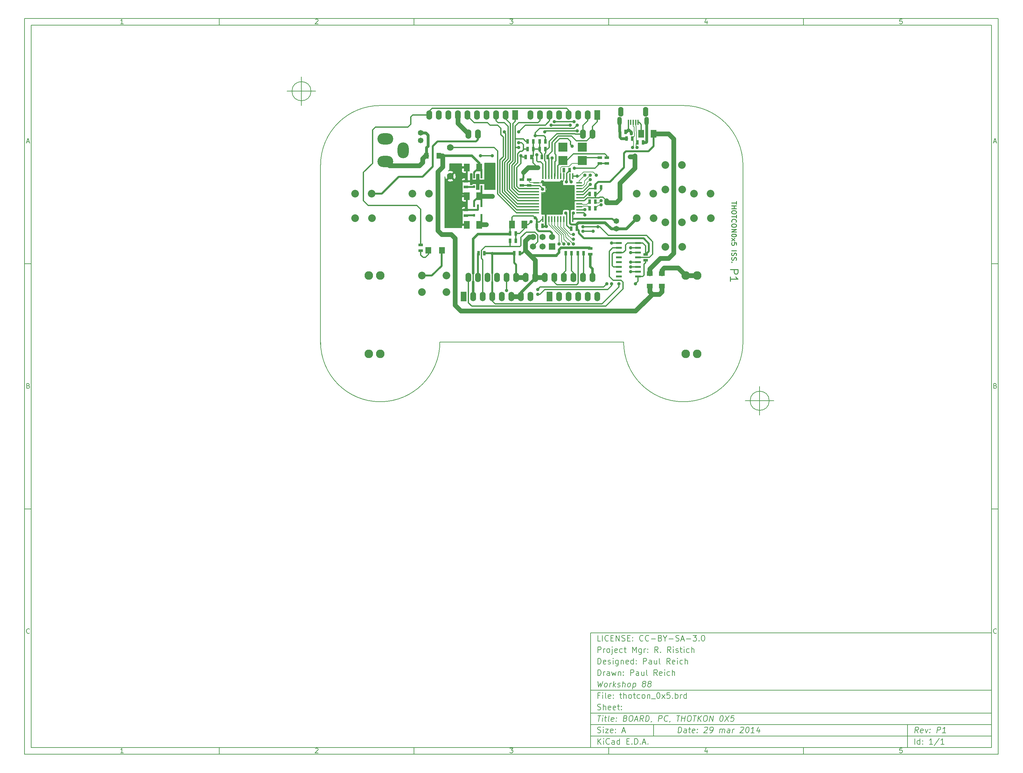
<source format=gtl>
G04 (created by PCBNEW (2013-dec-23)-stable) date Sat 29 Mar 2014 16:15:46 CDT*
%MOIN*%
G04 Gerber Fmt 3.4, Leading zero omitted, Abs format*
%FSLAX34Y34*%
G01*
G70*
G90*
G04 APERTURE LIST*
%ADD10C,0.00590551*%
%ADD11C,0.006*%
%ADD12C,0.01*%
%ADD13R,0.0590551X0.0708661*%
%ADD14O,0.165354X0.11811*%
%ADD15O,0.11811X0.165354*%
%ADD16R,0.015748X0.0531496*%
%ADD17O,0.0562992X0.10315*%
%ADD18O,0.0496063X0.0889764*%
%ADD19R,0.025X0.045*%
%ADD20R,0.045X0.025*%
%ADD21R,0.016X0.06*%
%ADD22R,0.06X0.016*%
%ADD23R,0.02X0.03*%
%ADD24R,0.06X0.08*%
%ADD25R,0.0492126X0.0590551*%
%ADD26R,0.0590551X0.0492126*%
%ADD27R,0.095X0.095*%
%ADD28C,0.09*%
%ADD29C,0.08*%
%ADD30R,0.06X0.1*%
%ADD31O,0.06X0.1*%
%ADD32C,0.0583*%
%ADD33R,0.065X0.065*%
%ADD34C,0.065*%
%ADD35C,0.07*%
%ADD36R,0.0590551X0.023622*%
%ADD37C,0.035*%
%ADD38C,0.012*%
%ADD39C,0.025*%
%ADD40C,0.02*%
%ADD41C,0.05*%
%ADD42C,0.03*%
%ADD43C,0.008*%
%ADD44C,0.005*%
G04 APERTURE END LIST*
G54D10*
X-36650Y31000D02*
X65350Y31000D01*
X65350Y-46000D01*
X-36650Y-46000D01*
X-36650Y31000D01*
X-35950Y30300D02*
X64650Y30300D01*
X64650Y-45300D01*
X-35950Y-45300D01*
X-35950Y30300D01*
X-16250Y31000D02*
X-16250Y30300D01*
X-26307Y30447D02*
X-26592Y30447D01*
X-26450Y30447D02*
X-26450Y30947D01*
X-26497Y30876D01*
X-26545Y30828D01*
X-26592Y30804D01*
X-16250Y-46000D02*
X-16250Y-45300D01*
X-26307Y-45852D02*
X-26592Y-45852D01*
X-26450Y-45852D02*
X-26450Y-45352D01*
X-26497Y-45423D01*
X-26545Y-45471D01*
X-26592Y-45495D01*
X4150Y31000D02*
X4150Y30300D01*
X-6192Y30900D02*
X-6169Y30923D01*
X-6121Y30947D01*
X-6002Y30947D01*
X-5954Y30923D01*
X-5930Y30900D01*
X-5907Y30852D01*
X-5907Y30804D01*
X-5930Y30733D01*
X-6216Y30447D01*
X-5907Y30447D01*
X4150Y-46000D02*
X4150Y-45300D01*
X-6192Y-45400D02*
X-6169Y-45376D01*
X-6121Y-45352D01*
X-6002Y-45352D01*
X-5954Y-45376D01*
X-5930Y-45400D01*
X-5907Y-45447D01*
X-5907Y-45495D01*
X-5930Y-45566D01*
X-6216Y-45852D01*
X-5907Y-45852D01*
X24550Y31000D02*
X24550Y30300D01*
X14183Y30947D02*
X14492Y30947D01*
X14326Y30757D01*
X14397Y30757D01*
X14445Y30733D01*
X14469Y30709D01*
X14492Y30661D01*
X14492Y30542D01*
X14469Y30495D01*
X14445Y30471D01*
X14397Y30447D01*
X14254Y30447D01*
X14207Y30471D01*
X14183Y30495D01*
X24550Y-46000D02*
X24550Y-45300D01*
X14183Y-45352D02*
X14492Y-45352D01*
X14326Y-45542D01*
X14397Y-45542D01*
X14445Y-45566D01*
X14469Y-45590D01*
X14492Y-45638D01*
X14492Y-45757D01*
X14469Y-45804D01*
X14445Y-45828D01*
X14397Y-45852D01*
X14254Y-45852D01*
X14207Y-45828D01*
X14183Y-45804D01*
X44950Y31000D02*
X44950Y30300D01*
X34845Y30780D02*
X34845Y30447D01*
X34726Y30971D02*
X34607Y30614D01*
X34916Y30614D01*
X44950Y-46000D02*
X44950Y-45300D01*
X34845Y-45519D02*
X34845Y-45852D01*
X34726Y-45328D02*
X34607Y-45685D01*
X34916Y-45685D01*
X55269Y30947D02*
X55030Y30947D01*
X55007Y30709D01*
X55030Y30733D01*
X55078Y30757D01*
X55197Y30757D01*
X55245Y30733D01*
X55269Y30709D01*
X55292Y30661D01*
X55292Y30542D01*
X55269Y30495D01*
X55245Y30471D01*
X55197Y30447D01*
X55078Y30447D01*
X55030Y30471D01*
X55007Y30495D01*
X55269Y-45352D02*
X55030Y-45352D01*
X55007Y-45590D01*
X55030Y-45566D01*
X55078Y-45542D01*
X55197Y-45542D01*
X55245Y-45566D01*
X55269Y-45590D01*
X55292Y-45638D01*
X55292Y-45757D01*
X55269Y-45804D01*
X55245Y-45828D01*
X55197Y-45852D01*
X55078Y-45852D01*
X55030Y-45828D01*
X55007Y-45804D01*
X-36650Y5340D02*
X-35950Y5340D01*
X-36419Y18110D02*
X-36180Y18110D01*
X-36466Y17967D02*
X-36299Y18467D01*
X-36133Y17967D01*
X65350Y5340D02*
X64650Y5340D01*
X64880Y18110D02*
X65119Y18110D01*
X64833Y17967D02*
X65000Y18467D01*
X65166Y17967D01*
X-36650Y-20320D02*
X-35950Y-20320D01*
X-36264Y-7430D02*
X-36192Y-7454D01*
X-36169Y-7478D01*
X-36145Y-7525D01*
X-36145Y-7597D01*
X-36169Y-7644D01*
X-36192Y-7668D01*
X-36240Y-7692D01*
X-36430Y-7692D01*
X-36430Y-7192D01*
X-36264Y-7192D01*
X-36216Y-7216D01*
X-36192Y-7240D01*
X-36169Y-7287D01*
X-36169Y-7335D01*
X-36192Y-7382D01*
X-36216Y-7406D01*
X-36264Y-7430D01*
X-36430Y-7430D01*
X65350Y-20320D02*
X64650Y-20320D01*
X65035Y-7430D02*
X65107Y-7454D01*
X65130Y-7478D01*
X65154Y-7525D01*
X65154Y-7597D01*
X65130Y-7644D01*
X65107Y-7668D01*
X65059Y-7692D01*
X64869Y-7692D01*
X64869Y-7192D01*
X65035Y-7192D01*
X65083Y-7216D01*
X65107Y-7240D01*
X65130Y-7287D01*
X65130Y-7335D01*
X65107Y-7382D01*
X65083Y-7406D01*
X65035Y-7430D01*
X64869Y-7430D01*
X-36145Y-33304D02*
X-36169Y-33328D01*
X-36240Y-33352D01*
X-36288Y-33352D01*
X-36359Y-33328D01*
X-36407Y-33280D01*
X-36430Y-33233D01*
X-36454Y-33138D01*
X-36454Y-33066D01*
X-36430Y-32971D01*
X-36407Y-32923D01*
X-36359Y-32876D01*
X-36288Y-32852D01*
X-36240Y-32852D01*
X-36169Y-32876D01*
X-36145Y-32900D01*
X65154Y-33304D02*
X65130Y-33328D01*
X65059Y-33352D01*
X65011Y-33352D01*
X64940Y-33328D01*
X64892Y-33280D01*
X64869Y-33233D01*
X64845Y-33138D01*
X64845Y-33066D01*
X64869Y-32971D01*
X64892Y-32923D01*
X64940Y-32876D01*
X65011Y-32852D01*
X65059Y-32852D01*
X65130Y-32876D01*
X65154Y-32900D01*
X31800Y-43742D02*
X31875Y-43142D01*
X32017Y-43142D01*
X32100Y-43171D01*
X32150Y-43228D01*
X32171Y-43285D01*
X32185Y-43400D01*
X32175Y-43485D01*
X32132Y-43600D01*
X32096Y-43657D01*
X32032Y-43714D01*
X31942Y-43742D01*
X31800Y-43742D01*
X32657Y-43742D02*
X32696Y-43428D01*
X32675Y-43371D01*
X32621Y-43342D01*
X32507Y-43342D01*
X32446Y-43371D01*
X32660Y-43714D02*
X32600Y-43742D01*
X32457Y-43742D01*
X32403Y-43714D01*
X32382Y-43657D01*
X32389Y-43600D01*
X32425Y-43542D01*
X32485Y-43514D01*
X32628Y-43514D01*
X32689Y-43485D01*
X32907Y-43342D02*
X33135Y-43342D01*
X33017Y-43142D02*
X32953Y-43657D01*
X32975Y-43714D01*
X33028Y-43742D01*
X33085Y-43742D01*
X33517Y-43714D02*
X33457Y-43742D01*
X33342Y-43742D01*
X33289Y-43714D01*
X33267Y-43657D01*
X33296Y-43428D01*
X33332Y-43371D01*
X33392Y-43342D01*
X33507Y-43342D01*
X33560Y-43371D01*
X33582Y-43428D01*
X33575Y-43485D01*
X33282Y-43542D01*
X33807Y-43685D02*
X33832Y-43714D01*
X33800Y-43742D01*
X33775Y-43714D01*
X33807Y-43685D01*
X33800Y-43742D01*
X33846Y-43371D02*
X33871Y-43400D01*
X33839Y-43428D01*
X33814Y-43400D01*
X33846Y-43371D01*
X33839Y-43428D01*
X34582Y-43200D02*
X34614Y-43171D01*
X34675Y-43142D01*
X34817Y-43142D01*
X34871Y-43171D01*
X34896Y-43200D01*
X34917Y-43257D01*
X34910Y-43314D01*
X34871Y-43400D01*
X34485Y-43742D01*
X34857Y-43742D01*
X35142Y-43742D02*
X35257Y-43742D01*
X35317Y-43714D01*
X35350Y-43685D01*
X35417Y-43600D01*
X35460Y-43485D01*
X35489Y-43257D01*
X35467Y-43200D01*
X35442Y-43171D01*
X35389Y-43142D01*
X35275Y-43142D01*
X35214Y-43171D01*
X35182Y-43200D01*
X35146Y-43257D01*
X35128Y-43400D01*
X35150Y-43457D01*
X35175Y-43485D01*
X35228Y-43514D01*
X35342Y-43514D01*
X35403Y-43485D01*
X35435Y-43457D01*
X35471Y-43400D01*
X36142Y-43742D02*
X36192Y-43342D01*
X36185Y-43400D02*
X36217Y-43371D01*
X36278Y-43342D01*
X36364Y-43342D01*
X36417Y-43371D01*
X36439Y-43428D01*
X36400Y-43742D01*
X36439Y-43428D02*
X36475Y-43371D01*
X36535Y-43342D01*
X36621Y-43342D01*
X36675Y-43371D01*
X36696Y-43428D01*
X36657Y-43742D01*
X37200Y-43742D02*
X37239Y-43428D01*
X37217Y-43371D01*
X37164Y-43342D01*
X37050Y-43342D01*
X36989Y-43371D01*
X37203Y-43714D02*
X37142Y-43742D01*
X37000Y-43742D01*
X36946Y-43714D01*
X36925Y-43657D01*
X36932Y-43600D01*
X36967Y-43542D01*
X37028Y-43514D01*
X37171Y-43514D01*
X37232Y-43485D01*
X37485Y-43742D02*
X37535Y-43342D01*
X37521Y-43457D02*
X37557Y-43400D01*
X37589Y-43371D01*
X37650Y-43342D01*
X37707Y-43342D01*
X38353Y-43200D02*
X38385Y-43171D01*
X38446Y-43142D01*
X38589Y-43142D01*
X38642Y-43171D01*
X38667Y-43200D01*
X38689Y-43257D01*
X38682Y-43314D01*
X38642Y-43400D01*
X38257Y-43742D01*
X38628Y-43742D01*
X39075Y-43142D02*
X39132Y-43142D01*
X39185Y-43171D01*
X39210Y-43200D01*
X39232Y-43257D01*
X39246Y-43371D01*
X39228Y-43514D01*
X39185Y-43628D01*
X39150Y-43685D01*
X39117Y-43714D01*
X39057Y-43742D01*
X39000Y-43742D01*
X38946Y-43714D01*
X38921Y-43685D01*
X38900Y-43628D01*
X38885Y-43514D01*
X38903Y-43371D01*
X38946Y-43257D01*
X38982Y-43200D01*
X39014Y-43171D01*
X39075Y-43142D01*
X39771Y-43742D02*
X39428Y-43742D01*
X39600Y-43742D02*
X39675Y-43142D01*
X39607Y-43228D01*
X39542Y-43285D01*
X39482Y-43314D01*
X40335Y-43342D02*
X40285Y-43742D01*
X40221Y-43114D02*
X40025Y-43542D01*
X40396Y-43542D01*
X23392Y-44942D02*
X23392Y-44342D01*
X23735Y-44942D02*
X23478Y-44600D01*
X23735Y-44342D02*
X23392Y-44685D01*
X23992Y-44942D02*
X23992Y-44542D01*
X23992Y-44342D02*
X23964Y-44371D01*
X23992Y-44400D01*
X24021Y-44371D01*
X23992Y-44342D01*
X23992Y-44400D01*
X24621Y-44885D02*
X24592Y-44914D01*
X24507Y-44942D01*
X24450Y-44942D01*
X24364Y-44914D01*
X24307Y-44857D01*
X24278Y-44800D01*
X24250Y-44685D01*
X24250Y-44600D01*
X24278Y-44485D01*
X24307Y-44428D01*
X24364Y-44371D01*
X24450Y-44342D01*
X24507Y-44342D01*
X24592Y-44371D01*
X24621Y-44400D01*
X25135Y-44942D02*
X25135Y-44628D01*
X25107Y-44571D01*
X25050Y-44542D01*
X24935Y-44542D01*
X24878Y-44571D01*
X25135Y-44914D02*
X25078Y-44942D01*
X24935Y-44942D01*
X24878Y-44914D01*
X24850Y-44857D01*
X24850Y-44800D01*
X24878Y-44742D01*
X24935Y-44714D01*
X25078Y-44714D01*
X25135Y-44685D01*
X25678Y-44942D02*
X25678Y-44342D01*
X25678Y-44914D02*
X25621Y-44942D01*
X25507Y-44942D01*
X25450Y-44914D01*
X25421Y-44885D01*
X25392Y-44828D01*
X25392Y-44657D01*
X25421Y-44600D01*
X25450Y-44571D01*
X25507Y-44542D01*
X25621Y-44542D01*
X25678Y-44571D01*
X26421Y-44628D02*
X26621Y-44628D01*
X26707Y-44942D02*
X26421Y-44942D01*
X26421Y-44342D01*
X26707Y-44342D01*
X26964Y-44885D02*
X26992Y-44914D01*
X26964Y-44942D01*
X26935Y-44914D01*
X26964Y-44885D01*
X26964Y-44942D01*
X27249Y-44942D02*
X27249Y-44342D01*
X27392Y-44342D01*
X27478Y-44371D01*
X27535Y-44428D01*
X27564Y-44485D01*
X27592Y-44600D01*
X27592Y-44685D01*
X27564Y-44800D01*
X27535Y-44857D01*
X27478Y-44914D01*
X27392Y-44942D01*
X27249Y-44942D01*
X27849Y-44885D02*
X27878Y-44914D01*
X27849Y-44942D01*
X27821Y-44914D01*
X27849Y-44885D01*
X27849Y-44942D01*
X28107Y-44771D02*
X28392Y-44771D01*
X28049Y-44942D02*
X28249Y-44342D01*
X28449Y-44942D01*
X28649Y-44885D02*
X28678Y-44914D01*
X28649Y-44942D01*
X28621Y-44914D01*
X28649Y-44885D01*
X28649Y-44942D01*
X56942Y-43742D02*
X56778Y-43457D01*
X56600Y-43742D02*
X56675Y-43142D01*
X56903Y-43142D01*
X56957Y-43171D01*
X56982Y-43200D01*
X57003Y-43257D01*
X56992Y-43342D01*
X56957Y-43400D01*
X56925Y-43428D01*
X56864Y-43457D01*
X56635Y-43457D01*
X57432Y-43714D02*
X57371Y-43742D01*
X57257Y-43742D01*
X57203Y-43714D01*
X57182Y-43657D01*
X57210Y-43428D01*
X57246Y-43371D01*
X57307Y-43342D01*
X57421Y-43342D01*
X57475Y-43371D01*
X57496Y-43428D01*
X57489Y-43485D01*
X57196Y-43542D01*
X57707Y-43342D02*
X57800Y-43742D01*
X57992Y-43342D01*
X58178Y-43685D02*
X58203Y-43714D01*
X58171Y-43742D01*
X58146Y-43714D01*
X58178Y-43685D01*
X58171Y-43742D01*
X58217Y-43371D02*
X58242Y-43400D01*
X58210Y-43428D01*
X58185Y-43400D01*
X58217Y-43371D01*
X58210Y-43428D01*
X58914Y-43742D02*
X58989Y-43142D01*
X59217Y-43142D01*
X59271Y-43171D01*
X59296Y-43200D01*
X59317Y-43257D01*
X59307Y-43342D01*
X59271Y-43400D01*
X59239Y-43428D01*
X59178Y-43457D01*
X58950Y-43457D01*
X59828Y-43742D02*
X59485Y-43742D01*
X59657Y-43742D02*
X59732Y-43142D01*
X59664Y-43228D01*
X59600Y-43285D01*
X59539Y-43314D01*
X23364Y-43714D02*
X23450Y-43742D01*
X23592Y-43742D01*
X23650Y-43714D01*
X23678Y-43685D01*
X23707Y-43628D01*
X23707Y-43571D01*
X23678Y-43514D01*
X23650Y-43485D01*
X23592Y-43457D01*
X23478Y-43428D01*
X23421Y-43400D01*
X23392Y-43371D01*
X23364Y-43314D01*
X23364Y-43257D01*
X23392Y-43200D01*
X23421Y-43171D01*
X23478Y-43142D01*
X23621Y-43142D01*
X23707Y-43171D01*
X23964Y-43742D02*
X23964Y-43342D01*
X23964Y-43142D02*
X23935Y-43171D01*
X23964Y-43200D01*
X23992Y-43171D01*
X23964Y-43142D01*
X23964Y-43200D01*
X24192Y-43342D02*
X24507Y-43342D01*
X24192Y-43742D01*
X24507Y-43742D01*
X24964Y-43714D02*
X24907Y-43742D01*
X24792Y-43742D01*
X24735Y-43714D01*
X24707Y-43657D01*
X24707Y-43428D01*
X24735Y-43371D01*
X24792Y-43342D01*
X24907Y-43342D01*
X24964Y-43371D01*
X24992Y-43428D01*
X24992Y-43485D01*
X24707Y-43542D01*
X25250Y-43685D02*
X25278Y-43714D01*
X25250Y-43742D01*
X25221Y-43714D01*
X25250Y-43685D01*
X25250Y-43742D01*
X25250Y-43371D02*
X25278Y-43400D01*
X25250Y-43428D01*
X25221Y-43400D01*
X25250Y-43371D01*
X25250Y-43428D01*
X25964Y-43571D02*
X26250Y-43571D01*
X25907Y-43742D02*
X26107Y-43142D01*
X26307Y-43742D01*
X56592Y-44942D02*
X56592Y-44342D01*
X57135Y-44942D02*
X57135Y-44342D01*
X57135Y-44914D02*
X57078Y-44942D01*
X56964Y-44942D01*
X56907Y-44914D01*
X56878Y-44885D01*
X56850Y-44828D01*
X56850Y-44657D01*
X56878Y-44600D01*
X56907Y-44571D01*
X56964Y-44542D01*
X57078Y-44542D01*
X57135Y-44571D01*
X57421Y-44885D02*
X57450Y-44914D01*
X57421Y-44942D01*
X57392Y-44914D01*
X57421Y-44885D01*
X57421Y-44942D01*
X57421Y-44571D02*
X57450Y-44600D01*
X57421Y-44628D01*
X57392Y-44600D01*
X57421Y-44571D01*
X57421Y-44628D01*
X58478Y-44942D02*
X58135Y-44942D01*
X58307Y-44942D02*
X58307Y-44342D01*
X58249Y-44428D01*
X58192Y-44485D01*
X58135Y-44514D01*
X59164Y-44314D02*
X58650Y-45085D01*
X59678Y-44942D02*
X59335Y-44942D01*
X59507Y-44942D02*
X59507Y-44342D01*
X59449Y-44428D01*
X59392Y-44485D01*
X59335Y-44514D01*
X23389Y-41942D02*
X23732Y-41942D01*
X23485Y-42542D02*
X23560Y-41942D01*
X23857Y-42542D02*
X23907Y-42142D01*
X23932Y-41942D02*
X23900Y-41971D01*
X23925Y-42000D01*
X23957Y-41971D01*
X23932Y-41942D01*
X23925Y-42000D01*
X24107Y-42142D02*
X24335Y-42142D01*
X24217Y-41942D02*
X24153Y-42457D01*
X24175Y-42514D01*
X24228Y-42542D01*
X24285Y-42542D01*
X24571Y-42542D02*
X24517Y-42514D01*
X24496Y-42457D01*
X24560Y-41942D01*
X25032Y-42514D02*
X24971Y-42542D01*
X24857Y-42542D01*
X24803Y-42514D01*
X24782Y-42457D01*
X24810Y-42228D01*
X24846Y-42171D01*
X24907Y-42142D01*
X25021Y-42142D01*
X25075Y-42171D01*
X25096Y-42228D01*
X25089Y-42285D01*
X24796Y-42342D01*
X25321Y-42485D02*
X25346Y-42514D01*
X25314Y-42542D01*
X25289Y-42514D01*
X25321Y-42485D01*
X25314Y-42542D01*
X25360Y-42171D02*
X25385Y-42200D01*
X25353Y-42228D01*
X25328Y-42200D01*
X25360Y-42171D01*
X25353Y-42228D01*
X26296Y-42228D02*
X26378Y-42257D01*
X26403Y-42285D01*
X26425Y-42342D01*
X26414Y-42428D01*
X26378Y-42485D01*
X26346Y-42514D01*
X26285Y-42542D01*
X26057Y-42542D01*
X26132Y-41942D01*
X26332Y-41942D01*
X26385Y-41971D01*
X26410Y-42000D01*
X26432Y-42057D01*
X26425Y-42114D01*
X26389Y-42171D01*
X26357Y-42200D01*
X26296Y-42228D01*
X26096Y-42228D01*
X26846Y-41942D02*
X26960Y-41942D01*
X27014Y-41971D01*
X27064Y-42028D01*
X27078Y-42142D01*
X27053Y-42342D01*
X27010Y-42457D01*
X26946Y-42514D01*
X26885Y-42542D01*
X26771Y-42542D01*
X26717Y-42514D01*
X26667Y-42457D01*
X26653Y-42342D01*
X26678Y-42142D01*
X26721Y-42028D01*
X26785Y-41971D01*
X26846Y-41942D01*
X27278Y-42371D02*
X27564Y-42371D01*
X27200Y-42542D02*
X27475Y-41942D01*
X27600Y-42542D01*
X28142Y-42542D02*
X27978Y-42257D01*
X27800Y-42542D02*
X27875Y-41942D01*
X28103Y-41942D01*
X28157Y-41971D01*
X28182Y-42000D01*
X28203Y-42057D01*
X28192Y-42142D01*
X28157Y-42200D01*
X28125Y-42228D01*
X28064Y-42257D01*
X27835Y-42257D01*
X28400Y-42542D02*
X28475Y-41942D01*
X28617Y-41942D01*
X28700Y-41971D01*
X28750Y-42028D01*
X28771Y-42085D01*
X28785Y-42200D01*
X28775Y-42285D01*
X28732Y-42400D01*
X28696Y-42457D01*
X28632Y-42514D01*
X28542Y-42542D01*
X28400Y-42542D01*
X29032Y-42514D02*
X29028Y-42542D01*
X28992Y-42600D01*
X28960Y-42628D01*
X29742Y-42542D02*
X29817Y-41942D01*
X30046Y-41942D01*
X30099Y-41971D01*
X30125Y-42000D01*
X30146Y-42057D01*
X30135Y-42142D01*
X30100Y-42200D01*
X30067Y-42228D01*
X30007Y-42257D01*
X29778Y-42257D01*
X30692Y-42485D02*
X30660Y-42514D01*
X30571Y-42542D01*
X30514Y-42542D01*
X30432Y-42514D01*
X30382Y-42457D01*
X30360Y-42400D01*
X30346Y-42285D01*
X30357Y-42200D01*
X30400Y-42085D01*
X30435Y-42028D01*
X30499Y-41971D01*
X30589Y-41942D01*
X30646Y-41942D01*
X30728Y-41971D01*
X30753Y-42000D01*
X30975Y-42514D02*
X30971Y-42542D01*
X30935Y-42600D01*
X30903Y-42628D01*
X31675Y-41942D02*
X32017Y-41942D01*
X31771Y-42542D02*
X31846Y-41942D01*
X32142Y-42542D02*
X32217Y-41942D01*
X32182Y-42228D02*
X32525Y-42228D01*
X32485Y-42542D02*
X32560Y-41942D01*
X32960Y-41942D02*
X33075Y-41942D01*
X33128Y-41971D01*
X33178Y-42028D01*
X33192Y-42142D01*
X33167Y-42342D01*
X33124Y-42457D01*
X33060Y-42514D01*
X33000Y-42542D01*
X32885Y-42542D01*
X32832Y-42514D01*
X32782Y-42457D01*
X32767Y-42342D01*
X32792Y-42142D01*
X32835Y-42028D01*
X32899Y-41971D01*
X32960Y-41942D01*
X33389Y-41942D02*
X33732Y-41942D01*
X33485Y-42542D02*
X33560Y-41942D01*
X33857Y-42542D02*
X33932Y-41942D01*
X34199Y-42542D02*
X33985Y-42200D01*
X34274Y-41942D02*
X33889Y-42285D01*
X34646Y-41942D02*
X34760Y-41942D01*
X34814Y-41971D01*
X34864Y-42028D01*
X34878Y-42142D01*
X34853Y-42342D01*
X34810Y-42457D01*
X34746Y-42514D01*
X34685Y-42542D01*
X34571Y-42542D01*
X34517Y-42514D01*
X34467Y-42457D01*
X34453Y-42342D01*
X34478Y-42142D01*
X34521Y-42028D01*
X34585Y-41971D01*
X34646Y-41942D01*
X35085Y-42542D02*
X35160Y-41942D01*
X35428Y-42542D01*
X35503Y-41942D01*
X36360Y-41942D02*
X36417Y-41942D01*
X36471Y-41971D01*
X36496Y-42000D01*
X36517Y-42057D01*
X36532Y-42171D01*
X36514Y-42314D01*
X36471Y-42428D01*
X36435Y-42485D01*
X36403Y-42514D01*
X36342Y-42542D01*
X36285Y-42542D01*
X36232Y-42514D01*
X36207Y-42485D01*
X36185Y-42428D01*
X36171Y-42314D01*
X36189Y-42171D01*
X36232Y-42057D01*
X36267Y-42000D01*
X36299Y-41971D01*
X36360Y-41942D01*
X36760Y-41942D02*
X37085Y-42542D01*
X37160Y-41942D02*
X36685Y-42542D01*
X37674Y-41942D02*
X37389Y-41942D01*
X37325Y-42228D01*
X37357Y-42200D01*
X37417Y-42171D01*
X37560Y-42171D01*
X37614Y-42200D01*
X37639Y-42228D01*
X37660Y-42285D01*
X37642Y-42428D01*
X37607Y-42485D01*
X37574Y-42514D01*
X37514Y-42542D01*
X37371Y-42542D01*
X37317Y-42514D01*
X37292Y-42485D01*
X23592Y-39828D02*
X23392Y-39828D01*
X23392Y-40142D02*
X23392Y-39542D01*
X23678Y-39542D01*
X23907Y-40142D02*
X23907Y-39742D01*
X23907Y-39542D02*
X23878Y-39571D01*
X23907Y-39600D01*
X23935Y-39571D01*
X23907Y-39542D01*
X23907Y-39600D01*
X24278Y-40142D02*
X24221Y-40114D01*
X24192Y-40057D01*
X24192Y-39542D01*
X24735Y-40114D02*
X24678Y-40142D01*
X24564Y-40142D01*
X24507Y-40114D01*
X24478Y-40057D01*
X24478Y-39828D01*
X24507Y-39771D01*
X24564Y-39742D01*
X24678Y-39742D01*
X24735Y-39771D01*
X24764Y-39828D01*
X24764Y-39885D01*
X24478Y-39942D01*
X25021Y-40085D02*
X25050Y-40114D01*
X25021Y-40142D01*
X24992Y-40114D01*
X25021Y-40085D01*
X25021Y-40142D01*
X25021Y-39771D02*
X25050Y-39800D01*
X25021Y-39828D01*
X24992Y-39800D01*
X25021Y-39771D01*
X25021Y-39828D01*
X25678Y-39742D02*
X25907Y-39742D01*
X25764Y-39542D02*
X25764Y-40057D01*
X25792Y-40114D01*
X25850Y-40142D01*
X25907Y-40142D01*
X26107Y-40142D02*
X26107Y-39542D01*
X26364Y-40142D02*
X26364Y-39828D01*
X26335Y-39771D01*
X26278Y-39742D01*
X26192Y-39742D01*
X26135Y-39771D01*
X26107Y-39800D01*
X26735Y-40142D02*
X26678Y-40114D01*
X26650Y-40085D01*
X26621Y-40028D01*
X26621Y-39857D01*
X26650Y-39800D01*
X26678Y-39771D01*
X26735Y-39742D01*
X26821Y-39742D01*
X26878Y-39771D01*
X26907Y-39800D01*
X26935Y-39857D01*
X26935Y-40028D01*
X26907Y-40085D01*
X26878Y-40114D01*
X26821Y-40142D01*
X26735Y-40142D01*
X27107Y-39742D02*
X27335Y-39742D01*
X27192Y-39542D02*
X27192Y-40057D01*
X27221Y-40114D01*
X27278Y-40142D01*
X27335Y-40142D01*
X27792Y-40114D02*
X27735Y-40142D01*
X27621Y-40142D01*
X27564Y-40114D01*
X27535Y-40085D01*
X27507Y-40028D01*
X27507Y-39857D01*
X27535Y-39800D01*
X27564Y-39771D01*
X27621Y-39742D01*
X27735Y-39742D01*
X27792Y-39771D01*
X28135Y-40142D02*
X28078Y-40114D01*
X28050Y-40085D01*
X28021Y-40028D01*
X28021Y-39857D01*
X28050Y-39800D01*
X28078Y-39771D01*
X28135Y-39742D01*
X28221Y-39742D01*
X28278Y-39771D01*
X28307Y-39800D01*
X28335Y-39857D01*
X28335Y-40028D01*
X28307Y-40085D01*
X28278Y-40114D01*
X28221Y-40142D01*
X28135Y-40142D01*
X28592Y-39742D02*
X28592Y-40142D01*
X28592Y-39800D02*
X28621Y-39771D01*
X28678Y-39742D01*
X28764Y-39742D01*
X28821Y-39771D01*
X28850Y-39828D01*
X28850Y-40142D01*
X28992Y-40200D02*
X29450Y-40200D01*
X29707Y-39542D02*
X29764Y-39542D01*
X29821Y-39571D01*
X29850Y-39600D01*
X29878Y-39657D01*
X29907Y-39771D01*
X29907Y-39914D01*
X29878Y-40028D01*
X29850Y-40085D01*
X29821Y-40114D01*
X29764Y-40142D01*
X29707Y-40142D01*
X29650Y-40114D01*
X29621Y-40085D01*
X29592Y-40028D01*
X29564Y-39914D01*
X29564Y-39771D01*
X29592Y-39657D01*
X29621Y-39600D01*
X29650Y-39571D01*
X29707Y-39542D01*
X30107Y-40142D02*
X30421Y-39742D01*
X30107Y-39742D02*
X30421Y-40142D01*
X30935Y-39542D02*
X30650Y-39542D01*
X30621Y-39828D01*
X30650Y-39800D01*
X30707Y-39771D01*
X30850Y-39771D01*
X30907Y-39800D01*
X30935Y-39828D01*
X30964Y-39885D01*
X30964Y-40028D01*
X30935Y-40085D01*
X30907Y-40114D01*
X30850Y-40142D01*
X30707Y-40142D01*
X30650Y-40114D01*
X30621Y-40085D01*
X31221Y-40085D02*
X31250Y-40114D01*
X31221Y-40142D01*
X31192Y-40114D01*
X31221Y-40085D01*
X31221Y-40142D01*
X31507Y-40142D02*
X31507Y-39542D01*
X31507Y-39771D02*
X31564Y-39742D01*
X31678Y-39742D01*
X31735Y-39771D01*
X31764Y-39800D01*
X31792Y-39857D01*
X31792Y-40028D01*
X31764Y-40085D01*
X31735Y-40114D01*
X31678Y-40142D01*
X31564Y-40142D01*
X31507Y-40114D01*
X32050Y-40142D02*
X32050Y-39742D01*
X32050Y-39857D02*
X32078Y-39800D01*
X32107Y-39771D01*
X32164Y-39742D01*
X32221Y-39742D01*
X32678Y-40142D02*
X32678Y-39542D01*
X32678Y-40114D02*
X32621Y-40142D01*
X32507Y-40142D01*
X32450Y-40114D01*
X32421Y-40085D01*
X32392Y-40028D01*
X32392Y-39857D01*
X32421Y-39800D01*
X32450Y-39771D01*
X32507Y-39742D01*
X32621Y-39742D01*
X32678Y-39771D01*
X23364Y-41314D02*
X23450Y-41342D01*
X23592Y-41342D01*
X23650Y-41314D01*
X23678Y-41285D01*
X23707Y-41228D01*
X23707Y-41171D01*
X23678Y-41114D01*
X23650Y-41085D01*
X23592Y-41057D01*
X23478Y-41028D01*
X23421Y-41000D01*
X23392Y-40971D01*
X23364Y-40914D01*
X23364Y-40857D01*
X23392Y-40800D01*
X23421Y-40771D01*
X23478Y-40742D01*
X23621Y-40742D01*
X23707Y-40771D01*
X23964Y-41342D02*
X23964Y-40742D01*
X24221Y-41342D02*
X24221Y-41028D01*
X24192Y-40971D01*
X24135Y-40942D01*
X24050Y-40942D01*
X23992Y-40971D01*
X23964Y-41000D01*
X24735Y-41314D02*
X24678Y-41342D01*
X24564Y-41342D01*
X24507Y-41314D01*
X24478Y-41257D01*
X24478Y-41028D01*
X24507Y-40971D01*
X24564Y-40942D01*
X24678Y-40942D01*
X24735Y-40971D01*
X24764Y-41028D01*
X24764Y-41085D01*
X24478Y-41142D01*
X25250Y-41314D02*
X25192Y-41342D01*
X25078Y-41342D01*
X25021Y-41314D01*
X24992Y-41257D01*
X24992Y-41028D01*
X25021Y-40971D01*
X25078Y-40942D01*
X25192Y-40942D01*
X25250Y-40971D01*
X25278Y-41028D01*
X25278Y-41085D01*
X24992Y-41142D01*
X25450Y-40942D02*
X25678Y-40942D01*
X25535Y-40742D02*
X25535Y-41257D01*
X25564Y-41314D01*
X25621Y-41342D01*
X25678Y-41342D01*
X25878Y-41285D02*
X25907Y-41314D01*
X25878Y-41342D01*
X25850Y-41314D01*
X25878Y-41285D01*
X25878Y-41342D01*
X25878Y-40971D02*
X25907Y-41000D01*
X25878Y-41028D01*
X25850Y-41000D01*
X25878Y-40971D01*
X25878Y-41028D01*
X23417Y-38342D02*
X23485Y-38942D01*
X23653Y-38514D01*
X23714Y-38942D01*
X23932Y-38342D01*
X24171Y-38942D02*
X24117Y-38914D01*
X24092Y-38885D01*
X24071Y-38828D01*
X24092Y-38657D01*
X24128Y-38600D01*
X24160Y-38571D01*
X24221Y-38542D01*
X24307Y-38542D01*
X24360Y-38571D01*
X24385Y-38600D01*
X24407Y-38657D01*
X24385Y-38828D01*
X24350Y-38885D01*
X24317Y-38914D01*
X24257Y-38942D01*
X24171Y-38942D01*
X24628Y-38942D02*
X24678Y-38542D01*
X24664Y-38657D02*
X24700Y-38600D01*
X24732Y-38571D01*
X24792Y-38542D01*
X24850Y-38542D01*
X25000Y-38942D02*
X25075Y-38342D01*
X25085Y-38714D02*
X25228Y-38942D01*
X25278Y-38542D02*
X25021Y-38771D01*
X25460Y-38914D02*
X25514Y-38942D01*
X25628Y-38942D01*
X25689Y-38914D01*
X25725Y-38857D01*
X25728Y-38828D01*
X25707Y-38771D01*
X25653Y-38742D01*
X25567Y-38742D01*
X25514Y-38714D01*
X25492Y-38657D01*
X25496Y-38628D01*
X25532Y-38571D01*
X25592Y-38542D01*
X25678Y-38542D01*
X25732Y-38571D01*
X25971Y-38942D02*
X26046Y-38342D01*
X26228Y-38942D02*
X26267Y-38628D01*
X26246Y-38571D01*
X26192Y-38542D01*
X26107Y-38542D01*
X26046Y-38571D01*
X26014Y-38600D01*
X26599Y-38942D02*
X26546Y-38914D01*
X26521Y-38885D01*
X26500Y-38828D01*
X26521Y-38657D01*
X26557Y-38600D01*
X26589Y-38571D01*
X26649Y-38542D01*
X26735Y-38542D01*
X26789Y-38571D01*
X26814Y-38600D01*
X26835Y-38657D01*
X26814Y-38828D01*
X26778Y-38885D01*
X26746Y-38914D01*
X26685Y-38942D01*
X26599Y-38942D01*
X27107Y-38542D02*
X27032Y-39142D01*
X27103Y-38571D02*
X27164Y-38542D01*
X27278Y-38542D01*
X27332Y-38571D01*
X27357Y-38600D01*
X27378Y-38657D01*
X27357Y-38828D01*
X27321Y-38885D01*
X27289Y-38914D01*
X27228Y-38942D01*
X27114Y-38942D01*
X27060Y-38914D01*
X28185Y-38600D02*
X28132Y-38571D01*
X28107Y-38542D01*
X28085Y-38485D01*
X28089Y-38457D01*
X28124Y-38400D01*
X28157Y-38371D01*
X28217Y-38342D01*
X28332Y-38342D01*
X28385Y-38371D01*
X28410Y-38400D01*
X28432Y-38457D01*
X28428Y-38485D01*
X28392Y-38542D01*
X28360Y-38571D01*
X28299Y-38600D01*
X28185Y-38600D01*
X28125Y-38628D01*
X28092Y-38657D01*
X28057Y-38714D01*
X28042Y-38828D01*
X28064Y-38885D01*
X28089Y-38914D01*
X28142Y-38942D01*
X28257Y-38942D01*
X28317Y-38914D01*
X28349Y-38885D01*
X28385Y-38828D01*
X28399Y-38714D01*
X28378Y-38657D01*
X28353Y-38628D01*
X28299Y-38600D01*
X28757Y-38600D02*
X28703Y-38571D01*
X28678Y-38542D01*
X28657Y-38485D01*
X28660Y-38457D01*
X28696Y-38400D01*
X28728Y-38371D01*
X28789Y-38342D01*
X28903Y-38342D01*
X28957Y-38371D01*
X28982Y-38400D01*
X29003Y-38457D01*
X29000Y-38485D01*
X28964Y-38542D01*
X28932Y-38571D01*
X28871Y-38600D01*
X28757Y-38600D01*
X28696Y-38628D01*
X28664Y-38657D01*
X28628Y-38714D01*
X28614Y-38828D01*
X28635Y-38885D01*
X28660Y-38914D01*
X28714Y-38942D01*
X28828Y-38942D01*
X28889Y-38914D01*
X28921Y-38885D01*
X28957Y-38828D01*
X28971Y-38714D01*
X28949Y-38657D01*
X28925Y-38628D01*
X28871Y-38600D01*
X23392Y-37742D02*
X23392Y-37142D01*
X23535Y-37142D01*
X23621Y-37171D01*
X23678Y-37228D01*
X23707Y-37285D01*
X23735Y-37400D01*
X23735Y-37485D01*
X23707Y-37600D01*
X23678Y-37657D01*
X23621Y-37714D01*
X23535Y-37742D01*
X23392Y-37742D01*
X23992Y-37742D02*
X23992Y-37342D01*
X23992Y-37457D02*
X24021Y-37400D01*
X24050Y-37371D01*
X24107Y-37342D01*
X24164Y-37342D01*
X24621Y-37742D02*
X24621Y-37428D01*
X24592Y-37371D01*
X24535Y-37342D01*
X24421Y-37342D01*
X24364Y-37371D01*
X24621Y-37714D02*
X24564Y-37742D01*
X24421Y-37742D01*
X24364Y-37714D01*
X24335Y-37657D01*
X24335Y-37600D01*
X24364Y-37542D01*
X24421Y-37514D01*
X24564Y-37514D01*
X24621Y-37485D01*
X24850Y-37342D02*
X24964Y-37742D01*
X25078Y-37457D01*
X25192Y-37742D01*
X25307Y-37342D01*
X25535Y-37342D02*
X25535Y-37742D01*
X25535Y-37400D02*
X25564Y-37371D01*
X25621Y-37342D01*
X25707Y-37342D01*
X25764Y-37371D01*
X25792Y-37428D01*
X25792Y-37742D01*
X26078Y-37685D02*
X26107Y-37714D01*
X26078Y-37742D01*
X26050Y-37714D01*
X26078Y-37685D01*
X26078Y-37742D01*
X26078Y-37371D02*
X26107Y-37400D01*
X26078Y-37428D01*
X26050Y-37400D01*
X26078Y-37371D01*
X26078Y-37428D01*
X26821Y-37742D02*
X26821Y-37142D01*
X27050Y-37142D01*
X27107Y-37171D01*
X27135Y-37200D01*
X27164Y-37257D01*
X27164Y-37342D01*
X27135Y-37400D01*
X27107Y-37428D01*
X27050Y-37457D01*
X26821Y-37457D01*
X27678Y-37742D02*
X27678Y-37428D01*
X27650Y-37371D01*
X27592Y-37342D01*
X27478Y-37342D01*
X27421Y-37371D01*
X27678Y-37714D02*
X27621Y-37742D01*
X27478Y-37742D01*
X27421Y-37714D01*
X27392Y-37657D01*
X27392Y-37600D01*
X27421Y-37542D01*
X27478Y-37514D01*
X27621Y-37514D01*
X27678Y-37485D01*
X28221Y-37342D02*
X28221Y-37742D01*
X27964Y-37342D02*
X27964Y-37657D01*
X27992Y-37714D01*
X28049Y-37742D01*
X28135Y-37742D01*
X28192Y-37714D01*
X28221Y-37685D01*
X28592Y-37742D02*
X28535Y-37714D01*
X28507Y-37657D01*
X28507Y-37142D01*
X29621Y-37742D02*
X29421Y-37457D01*
X29278Y-37742D02*
X29278Y-37142D01*
X29507Y-37142D01*
X29564Y-37171D01*
X29592Y-37200D01*
X29621Y-37257D01*
X29621Y-37342D01*
X29592Y-37400D01*
X29564Y-37428D01*
X29507Y-37457D01*
X29278Y-37457D01*
X30107Y-37714D02*
X30050Y-37742D01*
X29935Y-37742D01*
X29878Y-37714D01*
X29850Y-37657D01*
X29850Y-37428D01*
X29878Y-37371D01*
X29935Y-37342D01*
X30050Y-37342D01*
X30107Y-37371D01*
X30135Y-37428D01*
X30135Y-37485D01*
X29850Y-37542D01*
X30392Y-37742D02*
X30392Y-37342D01*
X30392Y-37142D02*
X30364Y-37171D01*
X30392Y-37200D01*
X30421Y-37171D01*
X30392Y-37142D01*
X30392Y-37200D01*
X30935Y-37714D02*
X30878Y-37742D01*
X30764Y-37742D01*
X30707Y-37714D01*
X30678Y-37685D01*
X30650Y-37628D01*
X30650Y-37457D01*
X30678Y-37400D01*
X30707Y-37371D01*
X30764Y-37342D01*
X30878Y-37342D01*
X30935Y-37371D01*
X31192Y-37742D02*
X31192Y-37142D01*
X31450Y-37742D02*
X31450Y-37428D01*
X31421Y-37371D01*
X31364Y-37342D01*
X31278Y-37342D01*
X31221Y-37371D01*
X31192Y-37400D01*
X23392Y-36542D02*
X23392Y-35942D01*
X23535Y-35942D01*
X23621Y-35971D01*
X23678Y-36028D01*
X23707Y-36085D01*
X23735Y-36200D01*
X23735Y-36285D01*
X23707Y-36400D01*
X23678Y-36457D01*
X23621Y-36514D01*
X23535Y-36542D01*
X23392Y-36542D01*
X24221Y-36514D02*
X24164Y-36542D01*
X24050Y-36542D01*
X23992Y-36514D01*
X23964Y-36457D01*
X23964Y-36228D01*
X23992Y-36171D01*
X24050Y-36142D01*
X24164Y-36142D01*
X24221Y-36171D01*
X24250Y-36228D01*
X24250Y-36285D01*
X23964Y-36342D01*
X24478Y-36514D02*
X24535Y-36542D01*
X24650Y-36542D01*
X24707Y-36514D01*
X24735Y-36457D01*
X24735Y-36428D01*
X24707Y-36371D01*
X24650Y-36342D01*
X24564Y-36342D01*
X24507Y-36314D01*
X24478Y-36257D01*
X24478Y-36228D01*
X24507Y-36171D01*
X24564Y-36142D01*
X24650Y-36142D01*
X24707Y-36171D01*
X24992Y-36542D02*
X24992Y-36142D01*
X24992Y-35942D02*
X24964Y-35971D01*
X24992Y-36000D01*
X25021Y-35971D01*
X24992Y-35942D01*
X24992Y-36000D01*
X25535Y-36142D02*
X25535Y-36628D01*
X25507Y-36685D01*
X25478Y-36714D01*
X25421Y-36742D01*
X25335Y-36742D01*
X25278Y-36714D01*
X25535Y-36514D02*
X25478Y-36542D01*
X25364Y-36542D01*
X25307Y-36514D01*
X25278Y-36485D01*
X25250Y-36428D01*
X25250Y-36257D01*
X25278Y-36200D01*
X25307Y-36171D01*
X25364Y-36142D01*
X25478Y-36142D01*
X25535Y-36171D01*
X25821Y-36142D02*
X25821Y-36542D01*
X25821Y-36200D02*
X25850Y-36171D01*
X25907Y-36142D01*
X25992Y-36142D01*
X26050Y-36171D01*
X26078Y-36228D01*
X26078Y-36542D01*
X26592Y-36514D02*
X26535Y-36542D01*
X26421Y-36542D01*
X26364Y-36514D01*
X26335Y-36457D01*
X26335Y-36228D01*
X26364Y-36171D01*
X26421Y-36142D01*
X26535Y-36142D01*
X26592Y-36171D01*
X26621Y-36228D01*
X26621Y-36285D01*
X26335Y-36342D01*
X27135Y-36542D02*
X27135Y-35942D01*
X27135Y-36514D02*
X27078Y-36542D01*
X26964Y-36542D01*
X26907Y-36514D01*
X26878Y-36485D01*
X26850Y-36428D01*
X26850Y-36257D01*
X26878Y-36200D01*
X26907Y-36171D01*
X26964Y-36142D01*
X27078Y-36142D01*
X27135Y-36171D01*
X27421Y-36485D02*
X27450Y-36514D01*
X27421Y-36542D01*
X27392Y-36514D01*
X27421Y-36485D01*
X27421Y-36542D01*
X27421Y-36171D02*
X27450Y-36200D01*
X27421Y-36228D01*
X27392Y-36200D01*
X27421Y-36171D01*
X27421Y-36228D01*
X28164Y-36542D02*
X28164Y-35942D01*
X28392Y-35942D01*
X28449Y-35971D01*
X28478Y-36000D01*
X28507Y-36057D01*
X28507Y-36142D01*
X28478Y-36200D01*
X28449Y-36228D01*
X28392Y-36257D01*
X28164Y-36257D01*
X29021Y-36542D02*
X29021Y-36228D01*
X28992Y-36171D01*
X28935Y-36142D01*
X28821Y-36142D01*
X28764Y-36171D01*
X29021Y-36514D02*
X28964Y-36542D01*
X28821Y-36542D01*
X28764Y-36514D01*
X28735Y-36457D01*
X28735Y-36400D01*
X28764Y-36342D01*
X28821Y-36314D01*
X28964Y-36314D01*
X29021Y-36285D01*
X29564Y-36142D02*
X29564Y-36542D01*
X29307Y-36142D02*
X29307Y-36457D01*
X29335Y-36514D01*
X29392Y-36542D01*
X29478Y-36542D01*
X29535Y-36514D01*
X29564Y-36485D01*
X29935Y-36542D02*
X29878Y-36514D01*
X29849Y-36457D01*
X29849Y-35942D01*
X30964Y-36542D02*
X30764Y-36257D01*
X30621Y-36542D02*
X30621Y-35942D01*
X30850Y-35942D01*
X30907Y-35971D01*
X30935Y-36000D01*
X30964Y-36057D01*
X30964Y-36142D01*
X30935Y-36200D01*
X30907Y-36228D01*
X30850Y-36257D01*
X30621Y-36257D01*
X31450Y-36514D02*
X31392Y-36542D01*
X31278Y-36542D01*
X31221Y-36514D01*
X31192Y-36457D01*
X31192Y-36228D01*
X31221Y-36171D01*
X31278Y-36142D01*
X31392Y-36142D01*
X31450Y-36171D01*
X31478Y-36228D01*
X31478Y-36285D01*
X31192Y-36342D01*
X31735Y-36542D02*
X31735Y-36142D01*
X31735Y-35942D02*
X31707Y-35971D01*
X31735Y-36000D01*
X31764Y-35971D01*
X31735Y-35942D01*
X31735Y-36000D01*
X32278Y-36514D02*
X32221Y-36542D01*
X32107Y-36542D01*
X32050Y-36514D01*
X32021Y-36485D01*
X31992Y-36428D01*
X31992Y-36257D01*
X32021Y-36200D01*
X32050Y-36171D01*
X32107Y-36142D01*
X32221Y-36142D01*
X32278Y-36171D01*
X32535Y-36542D02*
X32535Y-35942D01*
X32792Y-36542D02*
X32792Y-36228D01*
X32764Y-36171D01*
X32707Y-36142D01*
X32621Y-36142D01*
X32564Y-36171D01*
X32535Y-36200D01*
X23392Y-35342D02*
X23392Y-34742D01*
X23621Y-34742D01*
X23678Y-34771D01*
X23707Y-34800D01*
X23735Y-34857D01*
X23735Y-34942D01*
X23707Y-35000D01*
X23678Y-35028D01*
X23621Y-35057D01*
X23392Y-35057D01*
X23992Y-35342D02*
X23992Y-34942D01*
X23992Y-35057D02*
X24021Y-35000D01*
X24050Y-34971D01*
X24107Y-34942D01*
X24164Y-34942D01*
X24450Y-35342D02*
X24392Y-35314D01*
X24364Y-35285D01*
X24335Y-35228D01*
X24335Y-35057D01*
X24364Y-35000D01*
X24392Y-34971D01*
X24450Y-34942D01*
X24535Y-34942D01*
X24592Y-34971D01*
X24621Y-35000D01*
X24650Y-35057D01*
X24650Y-35228D01*
X24621Y-35285D01*
X24592Y-35314D01*
X24535Y-35342D01*
X24450Y-35342D01*
X24907Y-34942D02*
X24907Y-35457D01*
X24878Y-35514D01*
X24821Y-35542D01*
X24792Y-35542D01*
X24907Y-34742D02*
X24878Y-34771D01*
X24907Y-34800D01*
X24935Y-34771D01*
X24907Y-34742D01*
X24907Y-34800D01*
X25421Y-35314D02*
X25364Y-35342D01*
X25250Y-35342D01*
X25192Y-35314D01*
X25164Y-35257D01*
X25164Y-35028D01*
X25192Y-34971D01*
X25250Y-34942D01*
X25364Y-34942D01*
X25421Y-34971D01*
X25450Y-35028D01*
X25450Y-35085D01*
X25164Y-35142D01*
X25964Y-35314D02*
X25907Y-35342D01*
X25792Y-35342D01*
X25735Y-35314D01*
X25707Y-35285D01*
X25678Y-35228D01*
X25678Y-35057D01*
X25707Y-35000D01*
X25735Y-34971D01*
X25792Y-34942D01*
X25907Y-34942D01*
X25964Y-34971D01*
X26135Y-34942D02*
X26364Y-34942D01*
X26221Y-34742D02*
X26221Y-35257D01*
X26250Y-35314D01*
X26307Y-35342D01*
X26364Y-35342D01*
X27021Y-35342D02*
X27021Y-34742D01*
X27221Y-35171D01*
X27421Y-34742D01*
X27421Y-35342D01*
X27964Y-34942D02*
X27964Y-35428D01*
X27935Y-35485D01*
X27907Y-35514D01*
X27850Y-35542D01*
X27764Y-35542D01*
X27707Y-35514D01*
X27964Y-35314D02*
X27907Y-35342D01*
X27792Y-35342D01*
X27735Y-35314D01*
X27707Y-35285D01*
X27678Y-35228D01*
X27678Y-35057D01*
X27707Y-35000D01*
X27735Y-34971D01*
X27792Y-34942D01*
X27907Y-34942D01*
X27964Y-34971D01*
X28250Y-35342D02*
X28250Y-34942D01*
X28250Y-35057D02*
X28278Y-35000D01*
X28307Y-34971D01*
X28364Y-34942D01*
X28421Y-34942D01*
X28621Y-35285D02*
X28650Y-35314D01*
X28621Y-35342D01*
X28592Y-35314D01*
X28621Y-35285D01*
X28621Y-35342D01*
X28621Y-34971D02*
X28650Y-35000D01*
X28621Y-35028D01*
X28592Y-35000D01*
X28621Y-34971D01*
X28621Y-35028D01*
X29707Y-35342D02*
X29507Y-35057D01*
X29364Y-35342D02*
X29364Y-34742D01*
X29592Y-34742D01*
X29650Y-34771D01*
X29678Y-34800D01*
X29707Y-34857D01*
X29707Y-34942D01*
X29678Y-35000D01*
X29650Y-35028D01*
X29592Y-35057D01*
X29364Y-35057D01*
X29964Y-35285D02*
X29992Y-35314D01*
X29964Y-35342D01*
X29935Y-35314D01*
X29964Y-35285D01*
X29964Y-35342D01*
X31050Y-35342D02*
X30850Y-35057D01*
X30707Y-35342D02*
X30707Y-34742D01*
X30935Y-34742D01*
X30992Y-34771D01*
X31021Y-34800D01*
X31050Y-34857D01*
X31050Y-34942D01*
X31021Y-35000D01*
X30992Y-35028D01*
X30935Y-35057D01*
X30707Y-35057D01*
X31307Y-35342D02*
X31307Y-34942D01*
X31307Y-34742D02*
X31278Y-34771D01*
X31307Y-34800D01*
X31335Y-34771D01*
X31307Y-34742D01*
X31307Y-34800D01*
X31564Y-35314D02*
X31621Y-35342D01*
X31735Y-35342D01*
X31792Y-35314D01*
X31821Y-35257D01*
X31821Y-35228D01*
X31792Y-35171D01*
X31735Y-35142D01*
X31650Y-35142D01*
X31592Y-35114D01*
X31564Y-35057D01*
X31564Y-35028D01*
X31592Y-34971D01*
X31650Y-34942D01*
X31735Y-34942D01*
X31792Y-34971D01*
X31992Y-34942D02*
X32221Y-34942D01*
X32078Y-34742D02*
X32078Y-35257D01*
X32107Y-35314D01*
X32164Y-35342D01*
X32221Y-35342D01*
X32421Y-35342D02*
X32421Y-34942D01*
X32421Y-34742D02*
X32392Y-34771D01*
X32421Y-34800D01*
X32450Y-34771D01*
X32421Y-34742D01*
X32421Y-34800D01*
X32964Y-35314D02*
X32907Y-35342D01*
X32792Y-35342D01*
X32735Y-35314D01*
X32707Y-35285D01*
X32678Y-35228D01*
X32678Y-35057D01*
X32707Y-35000D01*
X32735Y-34971D01*
X32792Y-34942D01*
X32907Y-34942D01*
X32964Y-34971D01*
X33221Y-35342D02*
X33221Y-34742D01*
X33478Y-35342D02*
X33478Y-35028D01*
X33450Y-34971D01*
X33392Y-34942D01*
X33307Y-34942D01*
X33250Y-34971D01*
X33221Y-35000D01*
X23678Y-34142D02*
X23392Y-34142D01*
X23392Y-33542D01*
X23878Y-34142D02*
X23878Y-33542D01*
X24507Y-34085D02*
X24478Y-34114D01*
X24392Y-34142D01*
X24335Y-34142D01*
X24249Y-34114D01*
X24192Y-34057D01*
X24164Y-34000D01*
X24135Y-33885D01*
X24135Y-33800D01*
X24164Y-33685D01*
X24192Y-33628D01*
X24249Y-33571D01*
X24335Y-33542D01*
X24392Y-33542D01*
X24478Y-33571D01*
X24507Y-33600D01*
X24764Y-33828D02*
X24964Y-33828D01*
X25049Y-34142D02*
X24764Y-34142D01*
X24764Y-33542D01*
X25049Y-33542D01*
X25307Y-34142D02*
X25307Y-33542D01*
X25649Y-34142D01*
X25649Y-33542D01*
X25907Y-34114D02*
X25992Y-34142D01*
X26135Y-34142D01*
X26192Y-34114D01*
X26221Y-34085D01*
X26249Y-34028D01*
X26249Y-33971D01*
X26221Y-33914D01*
X26192Y-33885D01*
X26135Y-33857D01*
X26021Y-33828D01*
X25964Y-33800D01*
X25935Y-33771D01*
X25907Y-33714D01*
X25907Y-33657D01*
X25935Y-33600D01*
X25964Y-33571D01*
X26021Y-33542D01*
X26164Y-33542D01*
X26249Y-33571D01*
X26507Y-33828D02*
X26707Y-33828D01*
X26792Y-34142D02*
X26507Y-34142D01*
X26507Y-33542D01*
X26792Y-33542D01*
X27049Y-34085D02*
X27078Y-34114D01*
X27049Y-34142D01*
X27021Y-34114D01*
X27049Y-34085D01*
X27049Y-34142D01*
X27049Y-33771D02*
X27078Y-33800D01*
X27049Y-33828D01*
X27021Y-33800D01*
X27049Y-33771D01*
X27049Y-33828D01*
X28135Y-34085D02*
X28107Y-34114D01*
X28021Y-34142D01*
X27964Y-34142D01*
X27878Y-34114D01*
X27821Y-34057D01*
X27792Y-34000D01*
X27764Y-33885D01*
X27764Y-33800D01*
X27792Y-33685D01*
X27821Y-33628D01*
X27878Y-33571D01*
X27964Y-33542D01*
X28021Y-33542D01*
X28107Y-33571D01*
X28135Y-33600D01*
X28735Y-34085D02*
X28707Y-34114D01*
X28621Y-34142D01*
X28564Y-34142D01*
X28478Y-34114D01*
X28421Y-34057D01*
X28392Y-34000D01*
X28364Y-33885D01*
X28364Y-33800D01*
X28392Y-33685D01*
X28421Y-33628D01*
X28478Y-33571D01*
X28564Y-33542D01*
X28621Y-33542D01*
X28707Y-33571D01*
X28735Y-33600D01*
X28992Y-33914D02*
X29449Y-33914D01*
X29935Y-33828D02*
X30021Y-33857D01*
X30049Y-33885D01*
X30078Y-33942D01*
X30078Y-34028D01*
X30049Y-34085D01*
X30021Y-34114D01*
X29964Y-34142D01*
X29735Y-34142D01*
X29735Y-33542D01*
X29935Y-33542D01*
X29992Y-33571D01*
X30021Y-33600D01*
X30049Y-33657D01*
X30049Y-33714D01*
X30021Y-33771D01*
X29992Y-33800D01*
X29935Y-33828D01*
X29735Y-33828D01*
X30449Y-33857D02*
X30449Y-34142D01*
X30249Y-33542D02*
X30449Y-33857D01*
X30649Y-33542D01*
X30849Y-33914D02*
X31307Y-33914D01*
X31564Y-34114D02*
X31649Y-34142D01*
X31792Y-34142D01*
X31849Y-34114D01*
X31878Y-34085D01*
X31907Y-34028D01*
X31907Y-33971D01*
X31878Y-33914D01*
X31849Y-33885D01*
X31792Y-33857D01*
X31678Y-33828D01*
X31621Y-33800D01*
X31592Y-33771D01*
X31564Y-33714D01*
X31564Y-33657D01*
X31592Y-33600D01*
X31621Y-33571D01*
X31678Y-33542D01*
X31821Y-33542D01*
X31907Y-33571D01*
X32135Y-33971D02*
X32421Y-33971D01*
X32078Y-34142D02*
X32278Y-33542D01*
X32478Y-34142D01*
X32678Y-33914D02*
X33135Y-33914D01*
X33364Y-33542D02*
X33735Y-33542D01*
X33535Y-33771D01*
X33621Y-33771D01*
X33678Y-33800D01*
X33707Y-33828D01*
X33735Y-33885D01*
X33735Y-34028D01*
X33707Y-34085D01*
X33678Y-34114D01*
X33621Y-34142D01*
X33450Y-34142D01*
X33392Y-34114D01*
X33364Y-34085D01*
X33992Y-34085D02*
X34021Y-34114D01*
X33992Y-34142D01*
X33964Y-34114D01*
X33992Y-34085D01*
X33992Y-34142D01*
X34392Y-33542D02*
X34450Y-33542D01*
X34507Y-33571D01*
X34535Y-33600D01*
X34564Y-33657D01*
X34592Y-33771D01*
X34592Y-33914D01*
X34564Y-34028D01*
X34535Y-34085D01*
X34507Y-34114D01*
X34450Y-34142D01*
X34392Y-34142D01*
X34335Y-34114D01*
X34307Y-34085D01*
X34278Y-34028D01*
X34250Y-33914D01*
X34250Y-33771D01*
X34278Y-33657D01*
X34307Y-33600D01*
X34335Y-33571D01*
X34392Y-33542D01*
X22650Y-33300D02*
X22650Y-45300D01*
X22650Y-39300D02*
X64650Y-39300D01*
X22650Y-33300D02*
X64650Y-33300D01*
X22650Y-41700D02*
X64650Y-41700D01*
X55850Y-42900D02*
X55850Y-45300D01*
X22650Y-44100D02*
X64650Y-44100D01*
X22650Y-42900D02*
X64650Y-42900D01*
X29250Y-42900D02*
X29250Y-44100D01*
G54D11*
X38600Y15650D02*
G75*
G03X32350Y21900I-6250J0D01*
G74*
G01*
X600Y21900D02*
G75*
G03X-5650Y15650I0J-6250D01*
G74*
G01*
X600Y-9100D02*
G75*
G03X6850Y-2850I0J6250D01*
G74*
G01*
X-5650Y-2850D02*
G75*
G03X600Y-9100I6250J0D01*
G74*
G01*
X32350Y-9100D02*
G75*
G03X38600Y-2850I0J6250D01*
G74*
G01*
X26100Y-2850D02*
G75*
G03X32350Y-9100I6250J0D01*
G74*
G01*
X6850Y-2850D02*
X26100Y-2850D01*
X38600Y15650D02*
X38600Y-2850D01*
X-5650Y15650D02*
X-5650Y-3100D01*
G54D12*
X37276Y4740D02*
X38076Y4740D01*
X38076Y4435D01*
X38038Y4359D01*
X38000Y4321D01*
X37923Y4283D01*
X37809Y4283D01*
X37733Y4321D01*
X37695Y4359D01*
X37657Y4435D01*
X37657Y4740D01*
X37276Y3521D02*
X37276Y3978D01*
X37276Y3750D02*
X38076Y3750D01*
X37961Y3826D01*
X37885Y3902D01*
X37847Y3978D01*
X37897Y11864D02*
X37897Y11578D01*
X37397Y11721D02*
X37897Y11721D01*
X37397Y11411D02*
X37897Y11411D01*
X37659Y11411D02*
X37659Y11126D01*
X37397Y11126D02*
X37897Y11126D01*
X37897Y10792D02*
X37897Y10697D01*
X37873Y10650D01*
X37826Y10602D01*
X37730Y10578D01*
X37564Y10578D01*
X37469Y10602D01*
X37421Y10650D01*
X37397Y10697D01*
X37397Y10792D01*
X37421Y10840D01*
X37469Y10888D01*
X37564Y10911D01*
X37730Y10911D01*
X37826Y10888D01*
X37873Y10840D01*
X37897Y10792D01*
X37897Y10435D02*
X37897Y10150D01*
X37397Y10292D02*
X37897Y10292D01*
X37445Y9697D02*
X37421Y9721D01*
X37397Y9792D01*
X37397Y9840D01*
X37421Y9911D01*
X37469Y9959D01*
X37516Y9983D01*
X37611Y10007D01*
X37683Y10007D01*
X37778Y9983D01*
X37826Y9959D01*
X37873Y9911D01*
X37897Y9840D01*
X37897Y9792D01*
X37873Y9721D01*
X37850Y9697D01*
X37897Y9388D02*
X37897Y9292D01*
X37873Y9245D01*
X37826Y9197D01*
X37730Y9173D01*
X37564Y9173D01*
X37469Y9197D01*
X37421Y9245D01*
X37397Y9292D01*
X37397Y9388D01*
X37421Y9435D01*
X37469Y9483D01*
X37564Y9507D01*
X37730Y9507D01*
X37826Y9483D01*
X37873Y9435D01*
X37897Y9388D01*
X37397Y8959D02*
X37897Y8959D01*
X37397Y8673D01*
X37897Y8673D01*
X37897Y8340D02*
X37897Y8292D01*
X37873Y8245D01*
X37850Y8221D01*
X37802Y8197D01*
X37707Y8173D01*
X37588Y8173D01*
X37492Y8197D01*
X37445Y8221D01*
X37421Y8245D01*
X37397Y8292D01*
X37397Y8340D01*
X37421Y8388D01*
X37445Y8411D01*
X37492Y8435D01*
X37588Y8459D01*
X37707Y8459D01*
X37802Y8435D01*
X37850Y8411D01*
X37873Y8388D01*
X37897Y8340D01*
X37397Y8007D02*
X37730Y7745D01*
X37730Y8007D02*
X37397Y7745D01*
X37897Y7316D02*
X37897Y7554D01*
X37659Y7578D01*
X37683Y7554D01*
X37707Y7507D01*
X37707Y7388D01*
X37683Y7340D01*
X37659Y7316D01*
X37611Y7292D01*
X37492Y7292D01*
X37445Y7316D01*
X37421Y7340D01*
X37397Y7388D01*
X37397Y7507D01*
X37421Y7554D01*
X37445Y7578D01*
X37397Y6697D02*
X37897Y6697D01*
X37421Y6483D02*
X37397Y6411D01*
X37397Y6292D01*
X37421Y6245D01*
X37445Y6221D01*
X37492Y6197D01*
X37540Y6197D01*
X37588Y6221D01*
X37611Y6245D01*
X37635Y6292D01*
X37659Y6388D01*
X37683Y6435D01*
X37707Y6459D01*
X37754Y6483D01*
X37802Y6483D01*
X37850Y6459D01*
X37873Y6435D01*
X37897Y6388D01*
X37897Y6269D01*
X37873Y6197D01*
X37421Y6007D02*
X37397Y5935D01*
X37397Y5816D01*
X37421Y5769D01*
X37445Y5745D01*
X37492Y5721D01*
X37540Y5721D01*
X37588Y5745D01*
X37611Y5769D01*
X37635Y5816D01*
X37659Y5911D01*
X37683Y5959D01*
X37707Y5983D01*
X37754Y6007D01*
X37802Y6007D01*
X37850Y5983D01*
X37873Y5959D01*
X37897Y5911D01*
X37897Y5792D01*
X37873Y5721D01*
X37445Y5507D02*
X37421Y5483D01*
X37397Y5507D01*
X37421Y5530D01*
X37445Y5507D01*
X37397Y5507D01*
G54D11*
X-6650Y23400D02*
G75*
G03X-6650Y23400I-1000J0D01*
G74*
G01*
X-9150Y23400D02*
X-6150Y23400D01*
X-7650Y24900D02*
X-7650Y21900D01*
X41350Y-9000D02*
G75*
G03X41350Y-9000I-1000J0D01*
G74*
G01*
X38850Y-9000D02*
X41850Y-9000D01*
X40350Y-7500D02*
X40350Y-10500D01*
X32350Y21900D02*
X600Y21900D01*
G54D13*
X5641Y6750D03*
X7058Y6750D03*
G54D14*
X1139Y18400D03*
X1139Y16039D03*
G54D15*
X2989Y17218D03*
G54D16*
X27611Y20141D03*
X27355Y20141D03*
X27100Y20141D03*
X26844Y20141D03*
X26588Y20141D03*
G54D17*
X28399Y21234D03*
X25800Y21234D03*
G54D18*
X28517Y20289D03*
X25682Y20289D03*
G54D19*
X14200Y8500D03*
X14800Y8500D03*
X16650Y17350D03*
X16050Y17350D03*
X17300Y17350D03*
X17900Y17350D03*
X16450Y16500D03*
X15850Y16500D03*
X17550Y16500D03*
X18150Y16500D03*
X11500Y6450D03*
X10900Y6450D03*
X16650Y18150D03*
X16050Y18150D03*
X14800Y7750D03*
X14200Y7750D03*
X21200Y9000D03*
X20600Y9000D03*
G54D20*
X22600Y6350D03*
X22600Y6950D03*
X9575Y13375D03*
X9575Y13975D03*
G54D21*
X19200Y10000D03*
X19515Y10000D03*
X19830Y10000D03*
X20145Y10000D03*
X20460Y10000D03*
X20775Y10000D03*
X18885Y10000D03*
X18570Y10000D03*
X18255Y10000D03*
X17940Y10000D03*
X17625Y10000D03*
X19200Y14500D03*
X19515Y14500D03*
X19830Y14500D03*
X20145Y14500D03*
X20460Y14500D03*
X20775Y14500D03*
X18885Y14500D03*
X18570Y14500D03*
X18255Y14500D03*
X17940Y14500D03*
X17625Y14500D03*
G54D22*
X21450Y12250D03*
X16950Y12250D03*
X21450Y12565D03*
X16950Y12565D03*
X16950Y12880D03*
X21450Y12880D03*
X21450Y13195D03*
X16950Y13195D03*
X16950Y13510D03*
X21450Y13510D03*
X21450Y13825D03*
X16950Y13825D03*
X16950Y11935D03*
X21450Y11935D03*
X21450Y11620D03*
X16950Y11620D03*
X16950Y11305D03*
X21450Y11305D03*
X21450Y10990D03*
X16950Y10990D03*
X16950Y10675D03*
X21450Y10675D03*
G54D23*
X11200Y14425D03*
X10450Y14425D03*
X11200Y13425D03*
X10825Y14425D03*
X10450Y13425D03*
X11200Y11425D03*
X10450Y11425D03*
X11200Y10425D03*
X10825Y11425D03*
X10450Y10425D03*
G54D24*
X14400Y9450D03*
X15700Y9450D03*
X10975Y9425D03*
X9675Y9425D03*
X10975Y12425D03*
X9675Y12425D03*
G54D19*
X21300Y6450D03*
X21900Y6450D03*
X20050Y6450D03*
X20650Y6450D03*
X22550Y12650D03*
X23150Y12650D03*
X23150Y13350D03*
X23750Y13350D03*
G54D20*
X9575Y10375D03*
X9575Y10975D03*
G54D19*
X27000Y18450D03*
X26400Y18450D03*
X27550Y18050D03*
X28150Y18050D03*
X23150Y11850D03*
X22550Y11850D03*
X25700Y19150D03*
X26300Y19150D03*
X23150Y11150D03*
X22550Y11150D03*
G54D20*
X15450Y14150D03*
X15450Y13550D03*
G54D25*
X5450Y16650D03*
X6749Y16650D03*
G54D26*
X28850Y4299D03*
X28850Y3000D03*
X30100Y4299D03*
X30100Y3000D03*
G54D27*
X19725Y16150D03*
X21775Y16150D03*
X21775Y17550D03*
X19725Y17550D03*
G54D24*
X27950Y18950D03*
X29250Y18950D03*
G54D19*
X17000Y9300D03*
X17600Y9300D03*
G54D20*
X23600Y16450D03*
X23600Y15850D03*
X24350Y16450D03*
X24350Y15850D03*
G54D24*
X10975Y15425D03*
X9675Y15425D03*
G54D19*
X14650Y6450D03*
X15250Y6450D03*
G54D20*
X28400Y5700D03*
X28400Y6300D03*
G54D19*
X17300Y18150D03*
X17900Y18150D03*
X20430Y15140D03*
X19830Y15140D03*
G54D20*
X16200Y13550D03*
X16200Y14150D03*
G54D28*
X32600Y4100D03*
X33800Y4100D03*
X32600Y-4100D03*
X33800Y-4100D03*
X600Y-4100D03*
X-600Y-4100D03*
X600Y4100D03*
X-600Y4100D03*
G54D29*
X32235Y13120D03*
X30483Y15679D03*
X30483Y13120D03*
X32216Y15679D03*
X-264Y10120D03*
X-2016Y12679D03*
X-2016Y10120D03*
X-283Y12679D03*
X5735Y10120D03*
X3983Y12679D03*
X3983Y10120D03*
X5716Y12679D03*
X4970Y2364D03*
X7529Y4116D03*
X4970Y4116D03*
X7529Y2383D03*
X32235Y7120D03*
X30483Y9679D03*
X30483Y7120D03*
X32216Y9679D03*
X35235Y10120D03*
X33483Y12679D03*
X33483Y10120D03*
X35216Y12679D03*
X29235Y10120D03*
X27483Y12679D03*
X27483Y10120D03*
X29216Y12679D03*
G54D30*
X14750Y20900D03*
G54D31*
X13750Y20900D03*
X12750Y20900D03*
X11750Y20900D03*
X10750Y20900D03*
X9750Y20900D03*
X8750Y20900D03*
X7750Y20900D03*
X6750Y20900D03*
X5750Y20900D03*
G54D30*
X23350Y20900D03*
G54D31*
X22350Y20900D03*
X21350Y20900D03*
X20350Y20900D03*
X19350Y20900D03*
X18350Y20900D03*
X17350Y20900D03*
X16350Y20900D03*
G54D30*
X9350Y1900D03*
G54D31*
X10350Y1900D03*
X11350Y1900D03*
X12350Y1900D03*
X13350Y1900D03*
X14350Y1900D03*
X15350Y1900D03*
X16350Y1900D03*
G54D30*
X18350Y1900D03*
G54D31*
X19350Y1900D03*
X20350Y1900D03*
X21350Y1900D03*
X22350Y1900D03*
X23350Y1900D03*
X22850Y18900D03*
X21850Y18900D03*
X22850Y3900D03*
X21850Y3900D03*
X20850Y3900D03*
X19850Y3900D03*
X18850Y3900D03*
X17850Y3900D03*
X16850Y3900D03*
X15850Y3900D03*
X14850Y3900D03*
X13850Y3900D03*
X12850Y3900D03*
X11850Y3900D03*
X10850Y3900D03*
X9850Y3900D03*
X9850Y18900D03*
X10850Y18900D03*
G54D32*
X25350Y9794D03*
X25350Y9006D03*
X4850Y19044D03*
X4850Y18256D03*
G54D33*
X18600Y7150D03*
G54D34*
X18600Y8150D03*
X17600Y7150D03*
X17600Y8150D03*
X16600Y7150D03*
X16600Y8150D03*
G54D35*
X7950Y17500D03*
X7950Y14500D03*
G54D36*
X27600Y4000D03*
X27600Y4500D03*
X27600Y5000D03*
X27600Y5500D03*
X27600Y6000D03*
X27600Y6500D03*
X27600Y7000D03*
X27600Y7500D03*
X25600Y7500D03*
X25600Y7000D03*
X25600Y6500D03*
X25600Y6000D03*
X25600Y5500D03*
X25600Y5000D03*
X25600Y4500D03*
X25600Y4000D03*
G54D20*
X4850Y7300D03*
X4850Y6700D03*
G54D37*
X27350Y3250D03*
X25600Y3250D03*
X11700Y9450D03*
X12350Y6400D03*
X12350Y12400D03*
X20100Y13900D03*
X15600Y14900D03*
X16850Y10150D03*
X22050Y11000D03*
X17100Y15400D03*
X26850Y7000D03*
X22900Y8750D03*
X21850Y8750D03*
X22600Y14150D03*
X23400Y9200D03*
X22600Y14600D03*
X21850Y9200D03*
X22050Y14600D03*
X26850Y5000D03*
X23250Y14600D03*
X20500Y19850D03*
X18500Y19850D03*
X21250Y14500D03*
X13600Y19150D03*
X15100Y19150D03*
X20700Y17650D03*
X18600Y16400D03*
X15350Y16650D03*
X17850Y19150D03*
X21250Y19250D03*
X21250Y19850D03*
X17000Y16750D03*
X16850Y18750D03*
X15100Y18000D03*
X15100Y17500D03*
X11100Y16650D03*
X12350Y16650D03*
X20900Y20200D03*
X18850Y20200D03*
X22050Y10450D03*
X20850Y8400D03*
X20850Y7900D03*
X20850Y7400D03*
X20350Y7400D03*
X19850Y7400D03*
X19350Y7400D03*
X12350Y15650D03*
X17600Y13900D03*
X19600Y13900D03*
X26900Y18950D03*
X26770Y16550D03*
X18000Y9250D03*
X20950Y15350D03*
X20050Y10650D03*
X20600Y13900D03*
X16400Y9750D03*
X24350Y3250D03*
X26850Y6500D03*
X17100Y2650D03*
X26850Y4500D03*
X17100Y2150D03*
X24850Y3250D03*
X27050Y17500D03*
X23750Y11950D03*
X23750Y11500D03*
X27500Y17500D03*
X20840Y10650D03*
X17600Y13150D03*
X26850Y5500D03*
X13850Y2550D03*
X24850Y7500D03*
X22600Y13650D03*
G54D38*
X12650Y1150D02*
X23850Y1150D01*
X27350Y3250D02*
X27600Y3500D01*
X27600Y3500D02*
X27600Y4000D01*
X12350Y1450D02*
X12650Y1150D01*
X12350Y1450D02*
X12350Y1900D01*
X23850Y1150D02*
X25600Y2900D01*
X25600Y2900D02*
X25600Y3250D01*
X28100Y4000D02*
X28250Y4150D01*
X27600Y4000D02*
X28100Y4000D01*
X28400Y5450D02*
X28400Y5700D01*
X28250Y5300D02*
X28400Y5450D01*
X28250Y4150D02*
X28250Y5300D01*
G54D39*
X12350Y6400D02*
X14600Y6400D01*
X14600Y6400D02*
X14650Y6450D01*
G54D40*
X14650Y6450D02*
X14650Y5450D01*
X14650Y5450D02*
X14850Y5250D01*
X14850Y5250D02*
X14850Y3900D01*
X11500Y6450D02*
X12300Y6450D01*
X12300Y6450D02*
X12350Y6400D01*
X12350Y4350D02*
X12350Y6400D01*
G54D38*
X12350Y3450D02*
X12350Y4350D01*
G54D40*
X12350Y1900D02*
X12350Y3450D01*
G54D41*
X11700Y9450D02*
X11000Y9450D01*
G54D42*
X11000Y9450D02*
X10975Y9425D01*
G54D40*
X11200Y10425D02*
X11200Y9650D01*
X11200Y9650D02*
X10975Y9425D01*
G54D41*
X14850Y3900D02*
X15850Y3900D01*
G54D38*
X14200Y8500D02*
X14200Y9250D01*
X14200Y9250D02*
X14400Y9450D01*
G54D42*
X10975Y12425D02*
X11000Y12400D01*
G54D41*
X11000Y12400D02*
X12350Y12400D01*
G54D38*
X20100Y13900D02*
X20145Y13945D01*
X20145Y13945D02*
X20145Y14500D01*
G54D40*
X15450Y14150D02*
X15600Y14300D01*
X15600Y14300D02*
X15600Y14900D01*
G54D38*
X16850Y10150D02*
X16650Y10350D01*
X16650Y10350D02*
X14550Y10350D01*
X14550Y10350D02*
X14400Y10200D01*
X14400Y10200D02*
X14400Y9450D01*
G54D40*
X16850Y10150D02*
X17000Y10000D01*
X17000Y10000D02*
X17000Y9700D01*
G54D38*
X21450Y10990D02*
X22040Y10990D01*
X22040Y10990D02*
X22050Y11000D01*
X17100Y15400D02*
X16600Y15900D01*
X16500Y16500D02*
X16600Y16400D01*
X16500Y16500D02*
X16450Y16500D01*
X16600Y15900D02*
X16600Y16400D01*
G54D41*
X17100Y15400D02*
X16100Y15400D01*
X16100Y15400D02*
X15600Y14900D01*
G54D38*
X17550Y16500D02*
X17550Y16850D01*
X17300Y17100D02*
X17300Y17350D01*
X17550Y16850D02*
X17300Y17100D01*
X16650Y17350D02*
X17300Y17350D01*
X16450Y16500D02*
X16550Y16500D01*
X16550Y16500D02*
X16650Y16600D01*
X16650Y16600D02*
X16650Y17350D01*
X16650Y17350D02*
X16650Y18150D01*
X17300Y18150D02*
X17300Y17350D01*
X17275Y9700D02*
X17575Y10000D01*
X17000Y9700D02*
X17275Y9700D01*
X17575Y10000D02*
X17625Y10000D01*
G54D40*
X17000Y9700D02*
X17000Y9300D01*
G54D39*
X14150Y8450D02*
X14200Y8500D01*
X10850Y8450D02*
X14150Y8450D01*
X10350Y3450D02*
X10350Y1900D01*
G54D38*
X10350Y3450D02*
X10350Y4350D01*
G54D39*
X10350Y7950D02*
X10850Y8450D01*
X10350Y4350D02*
X10350Y7950D01*
G54D38*
X20145Y14500D02*
X20145Y14795D01*
X20430Y15080D02*
X20430Y15140D01*
X20145Y14795D02*
X20430Y15080D01*
G54D40*
X17000Y9300D02*
X17000Y8950D01*
X17000Y8950D02*
X17200Y8750D01*
X18600Y8150D02*
X18600Y8550D01*
X18600Y8550D02*
X18400Y8750D01*
X18400Y8750D02*
X17200Y8750D01*
X11200Y11425D02*
X11200Y12200D01*
X11200Y12200D02*
X10975Y12425D01*
X10450Y11425D02*
X10450Y11900D01*
X10450Y11900D02*
X10975Y12425D01*
X11200Y13425D02*
X11200Y12650D01*
X11200Y12650D02*
X10975Y12425D01*
G54D38*
X14875Y10675D02*
X12900Y12650D01*
X16950Y10675D02*
X14875Y10675D01*
X12550Y17500D02*
X7950Y17500D01*
X12900Y17150D02*
X12550Y17500D01*
X12900Y12650D02*
X12900Y17150D01*
X27600Y7000D02*
X26850Y7000D01*
X22900Y8750D02*
X21850Y8750D01*
G54D43*
X21795Y13195D02*
X21450Y13195D01*
X22250Y13650D02*
X21795Y13195D01*
X22250Y13800D02*
X22250Y13650D01*
X22600Y14150D02*
X22250Y13800D01*
G54D38*
X24500Y8300D02*
X28500Y8300D01*
X28800Y6000D02*
X27600Y6000D01*
X29150Y6350D02*
X28800Y6000D01*
X29150Y7650D02*
X29150Y6350D01*
X28500Y8300D02*
X29150Y7650D01*
X24500Y8300D02*
X23600Y9200D01*
X23600Y9200D02*
X23400Y9200D01*
G54D43*
X22600Y14600D02*
X22000Y14000D01*
X21810Y13510D02*
X22000Y13700D01*
X22000Y13700D02*
X22000Y14000D01*
X21450Y13510D02*
X21810Y13510D01*
G54D38*
X23400Y9200D02*
X21850Y9200D01*
G54D43*
X21450Y13825D02*
X21450Y14000D01*
X21450Y14000D02*
X22050Y14600D01*
G54D38*
X14150Y15750D02*
X14150Y13150D01*
X14750Y20900D02*
X14750Y20250D01*
X14500Y20000D02*
X14750Y20250D01*
X15050Y12250D02*
X14150Y13150D01*
X15050Y12250D02*
X16950Y12250D01*
X14150Y15750D02*
X14500Y16100D01*
X14500Y16100D02*
X14500Y20000D01*
X13750Y20500D02*
X14250Y20000D01*
X14250Y16200D02*
X13900Y15850D01*
X14250Y20000D02*
X14250Y16200D01*
X13900Y13050D02*
X13900Y15850D01*
X16935Y11950D02*
X15000Y11950D01*
X15000Y11950D02*
X13900Y13050D01*
X16950Y11935D02*
X16935Y11950D01*
X13750Y20950D02*
X13750Y20500D01*
X13650Y12950D02*
X13650Y15950D01*
X14000Y16300D02*
X13650Y15950D01*
X14000Y19700D02*
X13600Y20100D01*
X14000Y16300D02*
X14000Y19700D01*
X14980Y11620D02*
X13650Y12950D01*
X16950Y11620D02*
X14980Y11620D01*
X12750Y20300D02*
X12750Y20900D01*
X13600Y20100D02*
X12950Y20100D01*
X12950Y20100D02*
X12750Y20300D01*
G54D43*
X21900Y14950D02*
X21450Y14500D01*
X21250Y14500D02*
X21450Y14500D01*
X22900Y14950D02*
X21900Y14950D01*
X23250Y14600D02*
X22900Y14950D01*
G54D38*
X26850Y5000D02*
X27600Y5000D01*
X18500Y19850D02*
X20500Y19850D01*
X21250Y14500D02*
X20775Y14500D01*
X20775Y14500D02*
X20775Y14675D01*
X15100Y19150D02*
X15800Y19850D01*
X13750Y18950D02*
X13600Y19100D01*
X13600Y19100D02*
X13600Y19150D01*
X15800Y19850D02*
X17900Y19850D01*
X18350Y20900D02*
X18350Y20300D01*
X17900Y19850D02*
X18350Y20300D01*
X14949Y11300D02*
X13400Y12850D01*
X13400Y12850D02*
X13400Y16050D01*
X14949Y11300D02*
X16945Y11300D01*
X13750Y16400D02*
X13400Y16050D01*
X13750Y18950D02*
X13750Y16400D01*
X16945Y11300D02*
X16950Y11305D01*
X16945Y11300D02*
X16950Y11305D01*
X16950Y10990D02*
X14910Y10990D01*
X13250Y19500D02*
X13250Y18850D01*
X12900Y19850D02*
X13250Y19500D01*
X12100Y19850D02*
X12900Y19850D01*
X11850Y20100D02*
X12100Y19850D01*
X10450Y20100D02*
X11850Y20100D01*
X9700Y20850D02*
X10450Y20100D01*
X13150Y16200D02*
X13500Y16550D01*
X13500Y18600D02*
X13250Y18850D01*
X13500Y16550D02*
X13500Y18600D01*
X13150Y12750D02*
X13150Y16200D01*
X14910Y10990D02*
X13150Y12750D01*
X4850Y7300D02*
X4850Y11050D01*
X4850Y11050D02*
X4450Y11450D01*
X-200Y19350D02*
X100Y19650D01*
X3800Y20700D02*
X4000Y20900D01*
X3800Y19950D02*
X3800Y20700D01*
X3500Y19650D02*
X3800Y19950D01*
X100Y19650D02*
X3500Y19650D01*
X4000Y20900D02*
X5750Y20900D01*
X-200Y15850D02*
X-200Y19350D01*
X-1150Y14900D02*
X-200Y15850D01*
X-1150Y11950D02*
X-1150Y14900D01*
X-650Y11450D02*
X-1150Y11950D01*
X4450Y11450D02*
X-650Y11450D01*
X18900Y16050D02*
X18950Y16050D01*
X19000Y16750D02*
X18900Y16850D01*
X19000Y16100D02*
X19000Y16750D01*
X18950Y16050D02*
X19000Y16100D01*
X20700Y17650D02*
X20550Y17800D01*
X20550Y17800D02*
X20550Y18150D01*
X20550Y18150D02*
X20250Y18450D01*
X20250Y18450D02*
X19400Y18450D01*
X19400Y18450D02*
X18900Y17950D01*
X18900Y17950D02*
X18900Y16850D01*
X18900Y16050D02*
X18900Y14515D01*
X18885Y14500D02*
X18900Y14515D01*
X5750Y20900D02*
X5750Y21300D01*
X5750Y21300D02*
X6050Y21600D01*
X6050Y21600D02*
X20150Y21600D01*
X20150Y21600D02*
X20350Y21400D01*
X20350Y21400D02*
X20350Y20900D01*
X18570Y16370D02*
X18600Y16400D01*
X18570Y14500D02*
X18570Y16370D01*
X18570Y14500D02*
X18550Y14520D01*
X18250Y16750D02*
X18600Y17100D01*
X18600Y18050D02*
X18600Y17100D01*
X22250Y18200D02*
X22850Y18800D01*
X22250Y18200D02*
X21150Y18200D01*
X19250Y18700D02*
X20650Y18700D01*
X20650Y18700D02*
X21150Y18200D01*
X18600Y18050D02*
X19250Y18700D01*
X22850Y18900D02*
X22850Y18800D01*
X18250Y16600D02*
X18250Y16750D01*
X18250Y16600D02*
X18150Y16500D01*
X18150Y16500D02*
X18150Y16550D01*
X18255Y14500D02*
X18255Y16395D01*
X18255Y16395D02*
X18150Y16500D01*
X18255Y14500D02*
X18250Y14505D01*
X22850Y18900D02*
X22850Y19720D01*
X23350Y20220D02*
X23350Y20900D01*
X22850Y19720D02*
X23350Y20220D01*
X17940Y14500D02*
X17940Y16010D01*
X17940Y16010D02*
X17850Y16100D01*
X17850Y16850D02*
X17850Y16100D01*
X17850Y16850D02*
X17950Y16950D01*
X17950Y16950D02*
X17950Y17300D01*
X17950Y17300D02*
X17900Y17350D01*
X17900Y17350D02*
X18150Y17350D01*
X19100Y18950D02*
X18300Y18150D01*
X18300Y18150D02*
X18300Y17500D01*
X21050Y18900D02*
X21000Y18950D01*
X21000Y18950D02*
X19100Y18950D01*
X21850Y18900D02*
X21050Y18900D01*
X18150Y17350D02*
X18300Y17500D01*
X21850Y18900D02*
X21850Y19800D01*
X21850Y19800D02*
X22350Y20300D01*
X22350Y20300D02*
X22350Y20900D01*
X15850Y16500D02*
X15500Y16500D01*
X15500Y16500D02*
X15350Y16650D01*
X21250Y19250D02*
X17950Y19250D01*
X17950Y19250D02*
X17850Y19150D01*
X16945Y13200D02*
X16950Y13195D01*
X14900Y13450D02*
X14900Y15400D01*
X15350Y15850D02*
X15350Y16650D01*
X14900Y15400D02*
X15350Y15850D01*
X15150Y13200D02*
X14900Y13450D01*
X16945Y13200D02*
X15150Y13200D01*
X16850Y18750D02*
X16850Y19050D01*
X16850Y18750D02*
X17750Y18750D01*
X17900Y18600D02*
X17900Y18150D01*
X17750Y18750D02*
X17900Y18600D01*
X21250Y19850D02*
X20900Y19500D01*
X17300Y19500D02*
X20900Y19500D01*
X16850Y19050D02*
X17300Y19500D01*
X17625Y14500D02*
X17625Y15775D01*
X17400Y16000D02*
X17625Y15775D01*
X17100Y16000D02*
X17400Y16000D01*
X17000Y16100D02*
X17100Y16000D01*
X17000Y16750D02*
X17000Y16100D01*
X16050Y17350D02*
X15600Y17350D01*
X15100Y18000D02*
X15400Y18000D01*
X15600Y17250D02*
X15450Y17100D01*
X15600Y17800D02*
X15600Y17350D01*
X15600Y17350D02*
X15600Y17250D01*
X15400Y18000D02*
X15600Y17800D01*
X15450Y17100D02*
X15250Y17100D01*
X15000Y16850D02*
X15250Y17100D01*
X15120Y12880D02*
X16950Y12880D01*
X14650Y15550D02*
X14650Y13350D01*
X14650Y13350D02*
X15120Y12880D01*
X14650Y15550D02*
X15000Y15900D01*
X15000Y15900D02*
X15000Y16850D01*
G54D40*
X10850Y18350D02*
X10850Y18900D01*
X10650Y18150D02*
X10850Y18350D01*
X-283Y12679D02*
X779Y12679D01*
X6600Y18150D02*
X10650Y18150D01*
X6100Y17650D02*
X6600Y18150D01*
X6100Y15500D02*
X6100Y17650D01*
X5050Y14450D02*
X6100Y15500D01*
X2550Y14450D02*
X5050Y14450D01*
X779Y12679D02*
X2550Y14450D01*
G54D38*
X10750Y20900D02*
X10850Y20800D01*
X14750Y17500D02*
X15100Y17500D01*
X12350Y16650D02*
X11100Y16650D01*
X16050Y18150D02*
X15850Y18150D01*
X15600Y18400D02*
X14750Y18400D01*
X15850Y18150D02*
X15600Y18400D01*
X14750Y16000D02*
X14750Y17500D01*
X14750Y17500D02*
X14750Y18400D01*
X14750Y18400D02*
X14750Y19750D01*
X17150Y20100D02*
X15100Y20100D01*
X17150Y20100D02*
X17350Y20300D01*
X15100Y20100D02*
X14750Y19750D01*
X17350Y20300D02*
X17350Y20900D01*
X14400Y15650D02*
X14750Y16000D01*
X14400Y13250D02*
X14400Y15650D01*
X16950Y12565D02*
X15085Y12565D01*
X14400Y13250D02*
X15085Y12565D01*
X20900Y20200D02*
X18850Y20200D01*
X22050Y10450D02*
X22050Y10550D01*
X22050Y10550D02*
X21925Y10675D01*
X21925Y10675D02*
X21450Y10675D01*
G54D43*
X19830Y9120D02*
X20550Y8400D01*
X19830Y9120D02*
X19830Y10000D01*
X20550Y8400D02*
X20850Y8400D01*
X20250Y8450D02*
X20250Y8350D01*
X19515Y10000D02*
X19515Y9185D01*
X19515Y9185D02*
X20250Y8450D01*
X20250Y8350D02*
X20700Y7900D01*
X20700Y7900D02*
X20850Y7900D01*
X20050Y8150D02*
X20050Y8400D01*
X19200Y10000D02*
X19200Y9250D01*
X19200Y9250D02*
X20050Y8400D01*
X20800Y7400D02*
X20050Y8150D01*
X20850Y7400D02*
X20800Y7400D01*
X20350Y7400D02*
X19850Y7900D01*
X19850Y7900D02*
X19850Y8350D01*
X18885Y9315D02*
X19850Y8350D01*
X18885Y10000D02*
X18885Y9315D01*
X19850Y7400D02*
X19600Y7650D01*
X19600Y8350D02*
X19600Y7650D01*
X18570Y9380D02*
X19600Y8350D01*
X18570Y9380D02*
X18570Y10000D01*
X19350Y7400D02*
X19350Y8350D01*
X18255Y9445D02*
X19350Y8350D01*
X18255Y9445D02*
X18255Y10000D01*
G54D40*
X4970Y4116D02*
X6016Y4116D01*
X7019Y5119D02*
X7019Y6750D01*
X6016Y4116D02*
X7019Y5119D01*
G54D38*
X25600Y6500D02*
X26050Y6500D01*
X26500Y7500D02*
X27600Y7500D01*
X26300Y7300D02*
X26500Y7500D01*
X26300Y6750D02*
X26300Y7300D01*
X26050Y6500D02*
X26300Y6750D01*
G54D40*
X28400Y6300D02*
X28750Y6650D01*
X28750Y6650D02*
X28750Y7450D01*
X28750Y7450D02*
X28200Y8000D01*
X28200Y8000D02*
X21950Y8000D01*
G54D38*
X25600Y6500D02*
X25050Y6500D01*
X25050Y5000D02*
X25600Y5000D01*
X24900Y5150D02*
X25050Y5000D01*
X24900Y6350D02*
X24900Y5150D01*
X25050Y6500D02*
X24900Y6350D01*
X27600Y7500D02*
X28100Y7500D01*
X28100Y7500D02*
X28400Y7200D01*
X28400Y7200D02*
X28400Y6300D01*
G54D40*
X21400Y8550D02*
X21950Y8000D01*
X21400Y8550D02*
X21400Y8800D01*
X21200Y9000D02*
X21400Y8800D01*
X20460Y10000D02*
X20460Y11000D01*
X20460Y11000D02*
X20450Y11000D01*
G54D43*
X19700Y11000D02*
X20450Y11000D01*
X19700Y11000D02*
X19700Y10550D01*
X17950Y10550D02*
X19700Y10550D01*
X20450Y11000D02*
X20950Y11000D01*
X20950Y11000D02*
X20950Y11950D01*
G54D38*
X21450Y11935D02*
X20950Y11935D01*
X20950Y11935D02*
X20950Y11950D01*
G54D43*
X19650Y13550D02*
X20950Y13550D01*
X20950Y13550D02*
X20950Y11935D01*
X17600Y13900D02*
X17600Y13500D01*
X17950Y12800D02*
X17950Y13500D01*
X17500Y10550D02*
X17500Y12800D01*
X17500Y12800D02*
X17950Y12800D01*
X17500Y10550D02*
X17950Y10550D01*
X17600Y13500D02*
X17950Y13500D01*
X17600Y13900D02*
X19600Y13900D01*
X19600Y13900D02*
X19600Y13600D01*
X19600Y13600D02*
X19650Y13550D01*
G54D40*
X10825Y13975D02*
X12125Y13975D01*
X12350Y14200D02*
X12350Y15650D01*
X12125Y13975D02*
X12350Y14200D01*
G54D43*
X16950Y13825D02*
X17675Y13825D01*
G54D39*
X19050Y6200D02*
X19350Y6500D01*
X22550Y7000D02*
X22600Y6950D01*
X19550Y7000D02*
X22550Y7000D01*
X19350Y6800D02*
X19550Y7000D01*
X19350Y6500D02*
X19350Y6800D01*
G54D42*
X25350Y9006D02*
X26369Y9006D01*
X26369Y9006D02*
X27483Y10120D01*
G54D41*
X16850Y3900D02*
X16850Y5700D01*
X16850Y5700D02*
X16350Y6200D01*
G54D40*
X15250Y6450D02*
X15450Y6400D01*
X15450Y6400D02*
X15800Y6750D01*
G54D42*
X19050Y6200D02*
X16350Y6200D01*
G54D41*
X15800Y7750D02*
X15800Y6750D01*
X16200Y8150D02*
X15800Y7750D01*
X16200Y8150D02*
X16600Y8150D01*
X16350Y6200D02*
X15800Y6750D01*
G54D38*
X23150Y12650D02*
X23150Y12250D01*
X23150Y12250D02*
X23200Y12250D01*
X23750Y13350D02*
X23750Y13050D01*
X23350Y12650D02*
X23150Y12650D01*
X23750Y13050D02*
X23350Y12650D01*
X23550Y12250D02*
X23600Y12300D01*
X23600Y12300D02*
X23950Y12300D01*
X23950Y12300D02*
X24299Y11950D01*
X24299Y11950D02*
X24299Y11958D01*
X23550Y12250D02*
X23200Y12250D01*
X21450Y11935D02*
X21985Y11935D01*
X23200Y12250D02*
X22300Y12250D01*
X21985Y11935D02*
X22300Y12250D01*
G54D43*
X16200Y14150D02*
X16200Y13950D01*
X16200Y13950D02*
X16300Y13850D01*
X16300Y13850D02*
X16925Y13850D01*
X16925Y13850D02*
X16950Y13825D01*
G54D40*
X21200Y9000D02*
X21200Y9450D01*
X21200Y9450D02*
X21150Y9450D01*
G54D42*
X21350Y9650D02*
X21150Y9450D01*
X25350Y9006D02*
X24794Y9006D01*
X24794Y9006D02*
X24150Y9650D01*
X21350Y9650D02*
X24150Y9650D01*
X15350Y2350D02*
X15350Y1900D01*
X16850Y3850D02*
X15350Y2350D01*
X26588Y19361D02*
X26900Y19100D01*
X26900Y18950D02*
X26900Y19100D01*
G54D41*
X27180Y16550D02*
X26770Y16550D01*
X27260Y16630D02*
X27180Y16550D01*
X27260Y15350D02*
X27260Y16630D01*
X25700Y13790D02*
X27260Y15350D01*
X25700Y12100D02*
X25700Y13790D01*
X25330Y11730D02*
X25700Y12100D01*
X24299Y11730D02*
X25330Y11730D01*
X24299Y11730D02*
X24299Y11958D01*
X16850Y3900D02*
X17850Y3900D01*
G54D40*
X20460Y9590D02*
X20460Y10000D01*
X20600Y9450D02*
X20460Y9590D01*
X21150Y9450D02*
X20600Y9450D01*
X18000Y9250D02*
X17650Y9250D01*
X17650Y9250D02*
X17600Y9300D01*
X17940Y10000D02*
X17940Y9310D01*
X17940Y9310D02*
X18000Y9250D01*
G54D38*
X20950Y15350D02*
X23100Y15350D01*
X23100Y15350D02*
X23600Y15850D01*
G54D43*
X19800Y14050D02*
X19800Y14470D01*
X19600Y13900D02*
X19800Y14050D01*
X19800Y14470D02*
X19830Y14500D01*
X17940Y10540D02*
X17950Y10550D01*
X17940Y10540D02*
X17940Y10500D01*
G54D40*
X17940Y10000D02*
X17940Y10500D01*
G54D38*
X9150Y13975D02*
X8475Y13975D01*
X8475Y13975D02*
X7950Y14500D01*
X17950Y9990D02*
X17940Y10000D01*
G54D40*
X9575Y10975D02*
X9125Y10975D01*
X9125Y9425D02*
X9675Y9425D01*
X9125Y10975D02*
X9125Y9425D01*
X9675Y12425D02*
X9675Y11075D01*
X9675Y11075D02*
X9575Y10975D01*
X9575Y13975D02*
X9150Y13975D01*
X9150Y13975D02*
X9125Y13975D01*
X9125Y13975D02*
X9125Y12725D01*
X9125Y12725D02*
X9175Y12675D01*
X9425Y12675D02*
X9675Y12425D01*
X9175Y12675D02*
X9425Y12675D01*
X9675Y15425D02*
X9675Y14075D01*
X9675Y14075D02*
X9575Y13975D01*
X10825Y11425D02*
X10825Y10975D01*
X10825Y10975D02*
X9575Y10975D01*
X10825Y14425D02*
X10825Y13975D01*
X10825Y13975D02*
X9575Y13975D01*
G54D41*
X9850Y18900D02*
X9850Y18950D01*
X9850Y18950D02*
X8750Y20050D01*
X8750Y20900D02*
X8750Y20050D01*
G54D43*
X19830Y14500D02*
X19830Y15140D01*
G54D38*
X24350Y15850D02*
X23600Y15850D01*
G54D12*
X26300Y19150D02*
X26376Y19150D01*
G54D42*
X26376Y19150D02*
X26588Y19361D01*
G54D38*
X26588Y19361D02*
X26588Y20141D01*
G54D41*
X14350Y1900D02*
X15350Y1900D01*
G54D38*
X20145Y10555D02*
X20050Y10650D01*
X20145Y10000D02*
X20145Y10555D01*
X20500Y9000D02*
X20145Y9355D01*
X20145Y9355D02*
X20145Y10000D01*
X20600Y9000D02*
X20500Y9000D01*
X20150Y10005D02*
X20145Y10000D01*
X20150Y9995D02*
X20145Y10000D01*
X20460Y14500D02*
X20460Y14040D01*
X16100Y9450D02*
X16400Y9750D01*
X16100Y9450D02*
X15700Y9450D01*
X20460Y14040D02*
X20600Y13900D01*
X14800Y8500D02*
X15200Y8500D01*
X15200Y8500D02*
X15700Y9000D01*
X15700Y9000D02*
X15700Y9450D01*
X14800Y7750D02*
X14800Y8500D01*
X15750Y9500D02*
X15700Y9450D01*
X5680Y6750D02*
X5680Y6330D01*
X4850Y6250D02*
X4850Y6700D01*
X5100Y6000D02*
X4850Y6250D01*
X5350Y6000D02*
X5100Y6000D01*
X5680Y6330D02*
X5350Y6000D01*
X27600Y6500D02*
X26850Y6500D01*
X17350Y2900D02*
X24000Y2900D01*
X24000Y2900D02*
X24350Y3250D01*
X17350Y2900D02*
X17100Y2650D01*
X27600Y4500D02*
X26850Y4500D01*
X17100Y2150D02*
X17350Y2150D01*
X24450Y2650D02*
X17850Y2650D01*
X17350Y2150D02*
X17850Y2650D01*
X24850Y3250D02*
X24850Y3050D01*
X24850Y3050D02*
X24450Y2650D01*
X19850Y3900D02*
X19850Y4400D01*
X20050Y4600D02*
X20050Y6450D01*
X19850Y4400D02*
X20050Y4600D01*
G54D43*
X21450Y11620D02*
X21730Y11620D01*
X22250Y11550D02*
X22550Y11850D01*
X21800Y11550D02*
X22250Y11550D01*
X21730Y11620D02*
X21800Y11550D01*
X27000Y18300D02*
X27150Y18150D01*
X27150Y18150D02*
X27150Y17600D01*
X27150Y17600D02*
X27050Y17500D01*
X27000Y18450D02*
X27000Y18300D01*
X23300Y11700D02*
X23150Y11850D01*
X23500Y11700D02*
X23300Y11700D01*
X23750Y11950D02*
X23500Y11700D01*
X27100Y20141D02*
X27100Y19750D01*
X27100Y19750D02*
X27195Y19654D01*
X27250Y18700D02*
X27000Y18450D01*
X27250Y19050D02*
X27250Y18700D01*
X27195Y19104D02*
X27250Y19050D01*
X27195Y19654D02*
X27195Y19104D01*
X27000Y18534D02*
X27000Y18450D01*
X27355Y20141D02*
X27355Y19794D01*
X27450Y18150D02*
X27550Y18050D01*
X27450Y19140D02*
X27450Y18150D01*
X27390Y19200D02*
X27450Y19140D01*
X27390Y19760D02*
X27390Y19200D01*
X27355Y19794D02*
X27390Y19760D01*
X23150Y11150D02*
X23450Y11450D01*
X23750Y11500D02*
X23700Y11450D01*
X23700Y11450D02*
X23450Y11450D01*
X27550Y18050D02*
X27400Y17900D01*
X27400Y17900D02*
X27400Y17600D01*
X27400Y17600D02*
X27500Y17500D01*
X27550Y18050D02*
X27500Y18050D01*
G54D42*
X25682Y20289D02*
X25682Y19167D01*
X25682Y19167D02*
X25700Y19150D01*
X25700Y19150D02*
X25700Y18600D01*
X25700Y18600D02*
X25850Y18450D01*
X25850Y18450D02*
X26400Y18450D01*
X28150Y18050D02*
X28450Y18050D01*
X28517Y18117D02*
X28517Y20289D01*
X28450Y18050D02*
X28517Y18117D01*
G54D43*
X20686Y15850D02*
X21475Y15850D01*
X20686Y15850D02*
X20374Y15520D01*
X19620Y15520D02*
X19515Y15415D01*
X19515Y14500D02*
X19515Y15415D01*
X20374Y15520D02*
X19620Y15520D01*
X21475Y15850D02*
X21775Y16150D01*
G54D38*
X23600Y16450D02*
X22075Y16450D01*
X22075Y16450D02*
X21775Y16150D01*
G54D39*
X22600Y6350D02*
X22600Y5050D01*
X22600Y5050D02*
X22850Y4800D01*
X22850Y4800D02*
X22850Y3900D01*
G54D38*
X21900Y6450D02*
X21900Y3950D01*
X21900Y3950D02*
X21850Y3900D01*
X21350Y3300D02*
X21350Y6400D01*
X21350Y6400D02*
X21300Y6450D01*
X21350Y3300D02*
X21200Y3150D01*
X21200Y3150D02*
X19100Y3150D01*
X19100Y3150D02*
X18850Y3400D01*
X18850Y3900D02*
X18850Y3400D01*
X20850Y3900D02*
X20850Y4400D01*
X20650Y4600D02*
X20650Y6450D01*
X20850Y4400D02*
X20650Y4600D01*
G54D43*
X21450Y11305D02*
X21755Y11305D01*
X22320Y11380D02*
X22550Y11150D01*
X21830Y11380D02*
X22320Y11380D01*
X21755Y11305D02*
X21830Y11380D01*
G54D38*
X21450Y11305D02*
X21455Y11300D01*
X20765Y10010D02*
X20765Y10575D01*
X20775Y10000D02*
X20765Y10010D01*
X20765Y10575D02*
X20840Y10650D01*
X16950Y13510D02*
X17290Y13510D01*
X17290Y13510D02*
X17600Y13200D01*
X17600Y13200D02*
X17600Y13150D01*
G54D40*
X25350Y9794D02*
X25156Y9794D01*
G54D38*
X20850Y10000D02*
X20894Y10044D01*
G54D40*
X20894Y10044D02*
X24906Y10044D01*
G54D38*
X20775Y10000D02*
X20850Y10000D01*
G54D40*
X25156Y9794D02*
X24906Y10044D01*
G54D38*
X16200Y13550D02*
X15500Y13550D01*
X16950Y13510D02*
X16240Y13510D01*
X16240Y13510D02*
X16200Y13550D01*
X27600Y5500D02*
X26850Y5500D01*
X13850Y2550D02*
X13850Y3900D01*
G54D40*
X10850Y3900D02*
X10850Y6400D01*
X10850Y6400D02*
X10900Y6450D01*
G54D41*
X30100Y4299D02*
X30100Y4650D01*
X31800Y4900D02*
X32600Y4100D01*
X30350Y4900D02*
X31800Y4900D01*
X30100Y4650D02*
X30350Y4900D01*
X32600Y4100D02*
X33800Y4100D01*
G54D38*
X27611Y20141D02*
X27728Y20141D01*
X27950Y19920D02*
X27950Y18950D01*
X27728Y20141D02*
X27950Y19920D01*
G54D40*
X10450Y13425D02*
X10450Y13400D01*
X10425Y13375D02*
X9575Y13375D01*
X10450Y13400D02*
X10425Y13375D01*
X10450Y10425D02*
X9625Y10425D01*
X9625Y10425D02*
X9575Y10375D01*
G54D38*
X19725Y16150D02*
X20150Y16150D01*
X20150Y16150D02*
X20850Y16850D01*
X24350Y16650D02*
X24350Y16450D01*
X24150Y16850D02*
X24350Y16650D01*
X20850Y16850D02*
X24150Y16850D01*
X19725Y16150D02*
X19725Y16125D01*
X19725Y16125D02*
X19200Y15600D01*
X19200Y15600D02*
X19200Y14500D01*
X25600Y7500D02*
X24850Y7500D01*
X21830Y12880D02*
X22600Y13650D01*
X21830Y12880D02*
X21450Y12880D01*
X26050Y3400D02*
X25850Y3600D01*
X24950Y7000D02*
X25600Y7000D01*
X24600Y6650D02*
X24950Y7000D01*
X24600Y4000D02*
X24600Y6650D01*
X25000Y3600D02*
X24600Y4000D01*
X25850Y3600D02*
X25000Y3600D01*
X26050Y2700D02*
X26050Y3400D01*
X9850Y3900D02*
X9850Y1250D01*
X10200Y900D02*
X24250Y900D01*
X9850Y1250D02*
X10200Y900D01*
X26050Y2700D02*
X24250Y900D01*
X21450Y12250D02*
X21950Y12250D01*
X21950Y12250D02*
X22350Y12650D01*
X22350Y12650D02*
X22550Y12650D01*
G54D41*
X8450Y1000D02*
X8450Y8000D01*
X7050Y8400D02*
X6650Y8800D01*
X8450Y8000D02*
X8050Y8400D01*
X8050Y8400D02*
X7050Y8400D01*
X29100Y2150D02*
X27350Y400D01*
X9050Y400D02*
X8450Y1000D01*
X27350Y400D02*
X9050Y400D01*
X29100Y2150D02*
X28850Y2400D01*
X29850Y2150D02*
X29100Y2150D01*
X6650Y14975D02*
X7150Y15475D01*
X6650Y8800D02*
X6650Y14975D01*
X30100Y2400D02*
X29850Y2150D01*
X7150Y16650D02*
X7150Y15475D01*
G54D39*
X10975Y15425D02*
X10975Y15875D01*
X10200Y16650D02*
X7150Y16650D01*
X10975Y15875D02*
X10200Y16650D01*
G54D41*
X28850Y2400D02*
X28850Y3000D01*
X30100Y3000D02*
X30100Y2400D01*
X6749Y16650D02*
X7150Y16650D01*
G54D40*
X10450Y14425D02*
X10450Y14900D01*
X10450Y14900D02*
X10975Y15425D01*
X11200Y14425D02*
X11200Y15200D01*
X11200Y15200D02*
X10975Y15425D01*
G54D41*
X30800Y18950D02*
X31350Y18400D01*
X31350Y6450D02*
X30800Y5900D01*
X31350Y18400D02*
X31350Y6450D01*
X30800Y5900D02*
X29950Y5900D01*
X28850Y4800D02*
X28850Y4299D01*
X29950Y5900D02*
X28850Y4800D01*
X30800Y18950D02*
X29250Y18950D01*
G54D38*
X21450Y12565D02*
X21865Y12565D01*
X23000Y13200D02*
X23150Y13350D01*
X22500Y13200D02*
X23000Y13200D01*
X21865Y12565D02*
X22500Y13200D01*
G54D40*
X23150Y13350D02*
X23150Y13650D01*
X29250Y17650D02*
X28700Y17100D01*
X29250Y18950D02*
X29250Y17650D01*
X23420Y13920D02*
X24670Y13920D01*
X23150Y13650D02*
X23420Y13920D01*
X26150Y16900D02*
X26350Y17100D01*
X26150Y15400D02*
X26150Y16900D01*
X24670Y13920D02*
X26150Y15400D01*
X26350Y17100D02*
X28700Y17100D01*
G54D42*
X4850Y19044D02*
X5356Y19044D01*
X5450Y17500D02*
X5450Y16650D01*
X5600Y17650D02*
X5450Y17500D01*
X5600Y18800D02*
X5600Y17650D01*
X5356Y19044D02*
X5600Y18800D01*
G54D41*
X5450Y16650D02*
X5350Y16650D01*
X5350Y16650D02*
X5050Y16350D01*
X5050Y16350D02*
X5050Y15950D01*
X5050Y15950D02*
X4700Y15600D01*
X4700Y15600D02*
X1578Y15600D01*
X1578Y15600D02*
X1139Y16039D01*
G54D38*
X14200Y7750D02*
X14200Y7150D01*
X14200Y7150D02*
X15239Y7150D01*
X17100Y7650D02*
X16600Y7150D01*
X17100Y8350D02*
X17100Y7650D01*
X16800Y8650D02*
X17100Y8350D01*
X15900Y8650D02*
X16800Y8650D01*
X15350Y8100D02*
X15900Y8650D01*
X15350Y7260D02*
X15350Y8100D01*
X15239Y7150D02*
X15350Y7260D01*
X11600Y7150D02*
X14200Y7150D01*
X11350Y1900D02*
X11350Y5750D01*
X11350Y5750D02*
X11200Y5900D01*
X11200Y5900D02*
X11200Y6750D01*
X11600Y7150D02*
X11200Y6750D01*
G54D10*
G36*
X12625Y13125D02*
X11525Y13125D01*
X11525Y13725D01*
X10975Y13725D01*
X10975Y13575D01*
X10974Y13550D01*
X10974Y13250D01*
X10975Y13250D01*
X10975Y13125D01*
X10675Y13125D01*
X10675Y13274D01*
X10675Y13299D01*
X10675Y13599D01*
X10675Y13599D01*
X10675Y13725D01*
X10225Y13725D01*
X10225Y13625D01*
X10025Y13625D01*
X10025Y14775D01*
X10225Y14775D01*
X10225Y14575D01*
X10224Y14550D01*
X10224Y14250D01*
X10225Y14250D01*
X10225Y14125D01*
X10675Y14125D01*
X10675Y14274D01*
X10675Y14299D01*
X10675Y14599D01*
X10675Y14599D01*
X10675Y14725D01*
X10975Y14725D01*
X10975Y14575D01*
X10974Y14550D01*
X10974Y14250D01*
X10975Y14250D01*
X10975Y14125D01*
X11525Y14125D01*
X11525Y15875D01*
X12625Y15875D01*
X12625Y13125D01*
X12625Y13125D01*
G37*
G54D44*
X12625Y13125D02*
X11525Y13125D01*
X11525Y13725D01*
X10975Y13725D01*
X10975Y13575D01*
X10974Y13550D01*
X10974Y13250D01*
X10975Y13250D01*
X10975Y13125D01*
X10675Y13125D01*
X10675Y13274D01*
X10675Y13299D01*
X10675Y13599D01*
X10675Y13599D01*
X10675Y13725D01*
X10225Y13725D01*
X10225Y13625D01*
X10025Y13625D01*
X10025Y14775D01*
X10225Y14775D01*
X10225Y14575D01*
X10224Y14550D01*
X10224Y14250D01*
X10225Y14250D01*
X10225Y14125D01*
X10675Y14125D01*
X10675Y14274D01*
X10675Y14299D01*
X10675Y14599D01*
X10675Y14599D01*
X10675Y14725D01*
X10975Y14725D01*
X10975Y14575D01*
X10974Y14550D01*
X10974Y14250D01*
X10975Y14250D01*
X10975Y14125D01*
X11525Y14125D01*
X11525Y15875D01*
X12625Y15875D01*
X12625Y13125D01*
G54D10*
G36*
X9625Y10925D02*
X9600Y10925D01*
X9500Y10925D01*
X9500Y11037D01*
X9500Y11268D01*
X9443Y11325D01*
X9394Y11325D01*
X9305Y11324D01*
X9222Y11290D01*
X9159Y11227D01*
X9124Y11144D01*
X9125Y11093D01*
X9181Y11037D01*
X9500Y11037D01*
X9500Y10925D01*
X9125Y10925D01*
X9125Y10856D01*
X9124Y10805D01*
X9125Y10805D01*
X9125Y9675D01*
X9149Y9675D01*
X9150Y9556D01*
X9206Y9500D01*
X9525Y9500D01*
X9525Y9350D01*
X9206Y9350D01*
X9150Y9293D01*
X9149Y9125D01*
X8532Y9125D01*
X8532Y14437D01*
X8512Y14665D01*
X8464Y14781D01*
X8374Y14817D01*
X8056Y14500D01*
X8374Y14182D01*
X8464Y14218D01*
X8532Y14437D01*
X8532Y9125D01*
X8267Y9125D01*
X8267Y14075D01*
X7950Y14393D01*
X7632Y14075D01*
X7668Y13985D01*
X7887Y13917D01*
X8115Y13937D01*
X8231Y13985D01*
X8267Y14075D01*
X8267Y9125D01*
X7375Y9125D01*
X7375Y14474D01*
X7387Y14334D01*
X7435Y14218D01*
X7525Y14182D01*
X7843Y14500D01*
X7838Y14505D01*
X7944Y14611D01*
X7950Y14606D01*
X8267Y14924D01*
X8231Y15014D01*
X8012Y15082D01*
X7784Y15062D01*
X7721Y15036D01*
X7875Y15189D01*
X7875Y15825D01*
X9149Y15825D01*
X9149Y15780D01*
X9150Y15556D01*
X9206Y15500D01*
X9600Y15500D01*
X9600Y15507D01*
X9625Y15507D01*
X9625Y15342D01*
X9600Y15342D01*
X9600Y15350D01*
X9206Y15350D01*
X9150Y15293D01*
X9149Y15069D01*
X9150Y14980D01*
X9184Y14897D01*
X9247Y14834D01*
X9330Y14799D01*
X9543Y14800D01*
X9599Y14856D01*
X9599Y14800D01*
X9600Y14800D01*
X9625Y14800D01*
X9625Y14025D01*
X9600Y14025D01*
X9500Y14025D01*
X9492Y14025D01*
X9492Y14037D01*
X9500Y14037D01*
X9500Y14268D01*
X9443Y14325D01*
X9394Y14325D01*
X9305Y14324D01*
X9222Y14290D01*
X9159Y14227D01*
X9124Y14144D01*
X9125Y14093D01*
X9168Y14050D01*
X9125Y14050D01*
X9125Y14025D01*
X9125Y13899D01*
X9125Y13856D01*
X9124Y13805D01*
X9125Y13805D01*
X9125Y12675D01*
X9149Y12675D01*
X9150Y12556D01*
X9206Y12500D01*
X9600Y12500D01*
X9600Y12507D01*
X9625Y12507D01*
X9625Y12342D01*
X9600Y12342D01*
X9600Y12350D01*
X9206Y12350D01*
X9150Y12293D01*
X9149Y12069D01*
X9150Y11980D01*
X9184Y11897D01*
X9247Y11834D01*
X9330Y11799D01*
X9543Y11800D01*
X9599Y11856D01*
X9599Y11800D01*
X9600Y11800D01*
X9625Y11800D01*
X9625Y10925D01*
X9625Y10925D01*
G37*
G54D44*
X9625Y10925D02*
X9600Y10925D01*
X9500Y10925D01*
X9500Y11037D01*
X9500Y11268D01*
X9443Y11325D01*
X9394Y11325D01*
X9305Y11324D01*
X9222Y11290D01*
X9159Y11227D01*
X9124Y11144D01*
X9125Y11093D01*
X9181Y11037D01*
X9500Y11037D01*
X9500Y10925D01*
X9125Y10925D01*
X9125Y10856D01*
X9124Y10805D01*
X9125Y10805D01*
X9125Y9675D01*
X9149Y9675D01*
X9150Y9556D01*
X9206Y9500D01*
X9525Y9500D01*
X9525Y9350D01*
X9206Y9350D01*
X9150Y9293D01*
X9149Y9125D01*
X8532Y9125D01*
X8532Y14437D01*
X8512Y14665D01*
X8464Y14781D01*
X8374Y14817D01*
X8056Y14500D01*
X8374Y14182D01*
X8464Y14218D01*
X8532Y14437D01*
X8532Y9125D01*
X8267Y9125D01*
X8267Y14075D01*
X7950Y14393D01*
X7632Y14075D01*
X7668Y13985D01*
X7887Y13917D01*
X8115Y13937D01*
X8231Y13985D01*
X8267Y14075D01*
X8267Y9125D01*
X7375Y9125D01*
X7375Y14474D01*
X7387Y14334D01*
X7435Y14218D01*
X7525Y14182D01*
X7843Y14500D01*
X7838Y14505D01*
X7944Y14611D01*
X7950Y14606D01*
X8267Y14924D01*
X8231Y15014D01*
X8012Y15082D01*
X7784Y15062D01*
X7721Y15036D01*
X7875Y15189D01*
X7875Y15825D01*
X9149Y15825D01*
X9149Y15780D01*
X9150Y15556D01*
X9206Y15500D01*
X9600Y15500D01*
X9600Y15507D01*
X9625Y15507D01*
X9625Y15342D01*
X9600Y15342D01*
X9600Y15350D01*
X9206Y15350D01*
X9150Y15293D01*
X9149Y15069D01*
X9150Y14980D01*
X9184Y14897D01*
X9247Y14834D01*
X9330Y14799D01*
X9543Y14800D01*
X9599Y14856D01*
X9599Y14800D01*
X9600Y14800D01*
X9625Y14800D01*
X9625Y14025D01*
X9600Y14025D01*
X9500Y14025D01*
X9492Y14025D01*
X9492Y14037D01*
X9500Y14037D01*
X9500Y14268D01*
X9443Y14325D01*
X9394Y14325D01*
X9305Y14324D01*
X9222Y14290D01*
X9159Y14227D01*
X9124Y14144D01*
X9125Y14093D01*
X9168Y14050D01*
X9125Y14050D01*
X9125Y14025D01*
X9125Y13899D01*
X9125Y13856D01*
X9124Y13805D01*
X9125Y13805D01*
X9125Y12675D01*
X9149Y12675D01*
X9150Y12556D01*
X9206Y12500D01*
X9600Y12500D01*
X9600Y12507D01*
X9625Y12507D01*
X9625Y12342D01*
X9600Y12342D01*
X9600Y12350D01*
X9206Y12350D01*
X9150Y12293D01*
X9149Y12069D01*
X9150Y11980D01*
X9184Y11897D01*
X9247Y11834D01*
X9330Y11799D01*
X9543Y11800D01*
X9599Y11856D01*
X9599Y11800D01*
X9600Y11800D01*
X9625Y11800D01*
X9625Y10925D01*
G54D10*
G36*
X20950Y11882D02*
X20900Y11832D01*
X20900Y11805D01*
X20911Y11777D01*
X20900Y11749D01*
X20899Y11650D01*
X20899Y11490D01*
X20911Y11462D01*
X20900Y11434D01*
X20899Y11335D01*
X20899Y11175D01*
X20911Y11147D01*
X20900Y11119D01*
X20900Y11074D01*
X20755Y11075D01*
X20599Y11010D01*
X20589Y11000D01*
X20301Y11000D01*
X20291Y11010D01*
X20134Y11074D01*
X19965Y11075D01*
X19809Y11010D01*
X19799Y11000D01*
X19700Y11000D01*
X19700Y10901D01*
X19689Y10891D01*
X19625Y10734D01*
X19624Y10565D01*
X19631Y10550D01*
X19594Y10550D01*
X19545Y10550D01*
X19385Y10550D01*
X19385Y10550D01*
X19279Y10550D01*
X19230Y10550D01*
X19070Y10550D01*
X19070Y10550D01*
X18964Y10550D01*
X18915Y10550D01*
X18755Y10550D01*
X18755Y10550D01*
X18649Y10550D01*
X18600Y10550D01*
X18440Y10550D01*
X18440Y10550D01*
X18334Y10550D01*
X18285Y10550D01*
X18125Y10550D01*
X18125Y10550D01*
X18069Y10550D01*
X18069Y10550D01*
X18042Y10550D01*
X17990Y10550D01*
X17889Y10550D01*
X17837Y10550D01*
X17810Y10550D01*
X17810Y10550D01*
X17704Y10550D01*
X17655Y10550D01*
X17500Y10550D01*
X17500Y10595D01*
X17500Y10644D01*
X17500Y10804D01*
X17500Y10804D01*
X17500Y10910D01*
X17500Y10959D01*
X17500Y11119D01*
X17500Y11119D01*
X17500Y11225D01*
X17500Y11274D01*
X17500Y11434D01*
X17500Y11434D01*
X17500Y11540D01*
X17500Y11589D01*
X17500Y11749D01*
X17500Y11749D01*
X17500Y11855D01*
X17500Y11904D01*
X17500Y12064D01*
X17500Y12064D01*
X17500Y12170D01*
X17500Y12219D01*
X17500Y12379D01*
X17500Y12379D01*
X17500Y12485D01*
X17500Y12534D01*
X17500Y12694D01*
X17500Y12694D01*
X17500Y12731D01*
X17515Y12725D01*
X17684Y12724D01*
X17840Y12789D01*
X17850Y12800D01*
X17950Y12800D01*
X17950Y12898D01*
X17960Y12908D01*
X18024Y13065D01*
X18025Y13234D01*
X17960Y13390D01*
X17950Y13400D01*
X17950Y13500D01*
X17851Y13500D01*
X17841Y13510D01*
X17684Y13574D01*
X17663Y13574D01*
X17600Y13638D01*
X17600Y13850D01*
X17650Y13850D01*
X17650Y13900D01*
X19674Y13900D01*
X19674Y13815D01*
X19700Y13755D01*
X19700Y13550D01*
X19848Y13550D01*
X19858Y13539D01*
X20015Y13475D01*
X20184Y13474D01*
X20340Y13539D01*
X20349Y13548D01*
X20358Y13539D01*
X20515Y13475D01*
X20684Y13474D01*
X20840Y13539D01*
X20850Y13550D01*
X20899Y13550D01*
X20899Y13540D01*
X20899Y13380D01*
X20911Y13352D01*
X20900Y13324D01*
X20899Y13225D01*
X20899Y13065D01*
X20911Y13037D01*
X20900Y13009D01*
X20899Y12910D01*
X20899Y12750D01*
X20911Y12722D01*
X20900Y12694D01*
X20899Y12595D01*
X20899Y12435D01*
X20911Y12407D01*
X20900Y12379D01*
X20899Y12280D01*
X20899Y12120D01*
X20911Y12092D01*
X20900Y12064D01*
X20900Y12037D01*
X20950Y11987D01*
X20950Y11882D01*
X20950Y11882D01*
G37*
G54D12*
X20950Y11882D02*
X20900Y11832D01*
X20900Y11805D01*
X20911Y11777D01*
X20900Y11749D01*
X20899Y11650D01*
X20899Y11490D01*
X20911Y11462D01*
X20900Y11434D01*
X20899Y11335D01*
X20899Y11175D01*
X20911Y11147D01*
X20900Y11119D01*
X20900Y11074D01*
X20755Y11075D01*
X20599Y11010D01*
X20589Y11000D01*
X20301Y11000D01*
X20291Y11010D01*
X20134Y11074D01*
X19965Y11075D01*
X19809Y11010D01*
X19799Y11000D01*
X19700Y11000D01*
X19700Y10901D01*
X19689Y10891D01*
X19625Y10734D01*
X19624Y10565D01*
X19631Y10550D01*
X19594Y10550D01*
X19545Y10550D01*
X19385Y10550D01*
X19385Y10550D01*
X19279Y10550D01*
X19230Y10550D01*
X19070Y10550D01*
X19070Y10550D01*
X18964Y10550D01*
X18915Y10550D01*
X18755Y10550D01*
X18755Y10550D01*
X18649Y10550D01*
X18600Y10550D01*
X18440Y10550D01*
X18440Y10550D01*
X18334Y10550D01*
X18285Y10550D01*
X18125Y10550D01*
X18125Y10550D01*
X18069Y10550D01*
X18069Y10550D01*
X18042Y10550D01*
X17990Y10550D01*
X17889Y10550D01*
X17837Y10550D01*
X17810Y10550D01*
X17810Y10550D01*
X17704Y10550D01*
X17655Y10550D01*
X17500Y10550D01*
X17500Y10595D01*
X17500Y10644D01*
X17500Y10804D01*
X17500Y10804D01*
X17500Y10910D01*
X17500Y10959D01*
X17500Y11119D01*
X17500Y11119D01*
X17500Y11225D01*
X17500Y11274D01*
X17500Y11434D01*
X17500Y11434D01*
X17500Y11540D01*
X17500Y11589D01*
X17500Y11749D01*
X17500Y11749D01*
X17500Y11855D01*
X17500Y11904D01*
X17500Y12064D01*
X17500Y12064D01*
X17500Y12170D01*
X17500Y12219D01*
X17500Y12379D01*
X17500Y12379D01*
X17500Y12485D01*
X17500Y12534D01*
X17500Y12694D01*
X17500Y12694D01*
X17500Y12731D01*
X17515Y12725D01*
X17684Y12724D01*
X17840Y12789D01*
X17850Y12800D01*
X17950Y12800D01*
X17950Y12898D01*
X17960Y12908D01*
X18024Y13065D01*
X18025Y13234D01*
X17960Y13390D01*
X17950Y13400D01*
X17950Y13500D01*
X17851Y13500D01*
X17841Y13510D01*
X17684Y13574D01*
X17663Y13574D01*
X17600Y13638D01*
X17600Y13850D01*
X17650Y13850D01*
X17650Y13900D01*
X19674Y13900D01*
X19674Y13815D01*
X19700Y13755D01*
X19700Y13550D01*
X19848Y13550D01*
X19858Y13539D01*
X20015Y13475D01*
X20184Y13474D01*
X20340Y13539D01*
X20349Y13548D01*
X20358Y13539D01*
X20515Y13475D01*
X20684Y13474D01*
X20840Y13539D01*
X20850Y13550D01*
X20899Y13550D01*
X20899Y13540D01*
X20899Y13380D01*
X20911Y13352D01*
X20900Y13324D01*
X20899Y13225D01*
X20899Y13065D01*
X20911Y13037D01*
X20900Y13009D01*
X20899Y12910D01*
X20899Y12750D01*
X20911Y12722D01*
X20900Y12694D01*
X20899Y12595D01*
X20899Y12435D01*
X20911Y12407D01*
X20900Y12379D01*
X20899Y12280D01*
X20899Y12120D01*
X20911Y12092D01*
X20900Y12064D01*
X20900Y12037D01*
X20950Y11987D01*
X20950Y11882D01*
M02*

</source>
